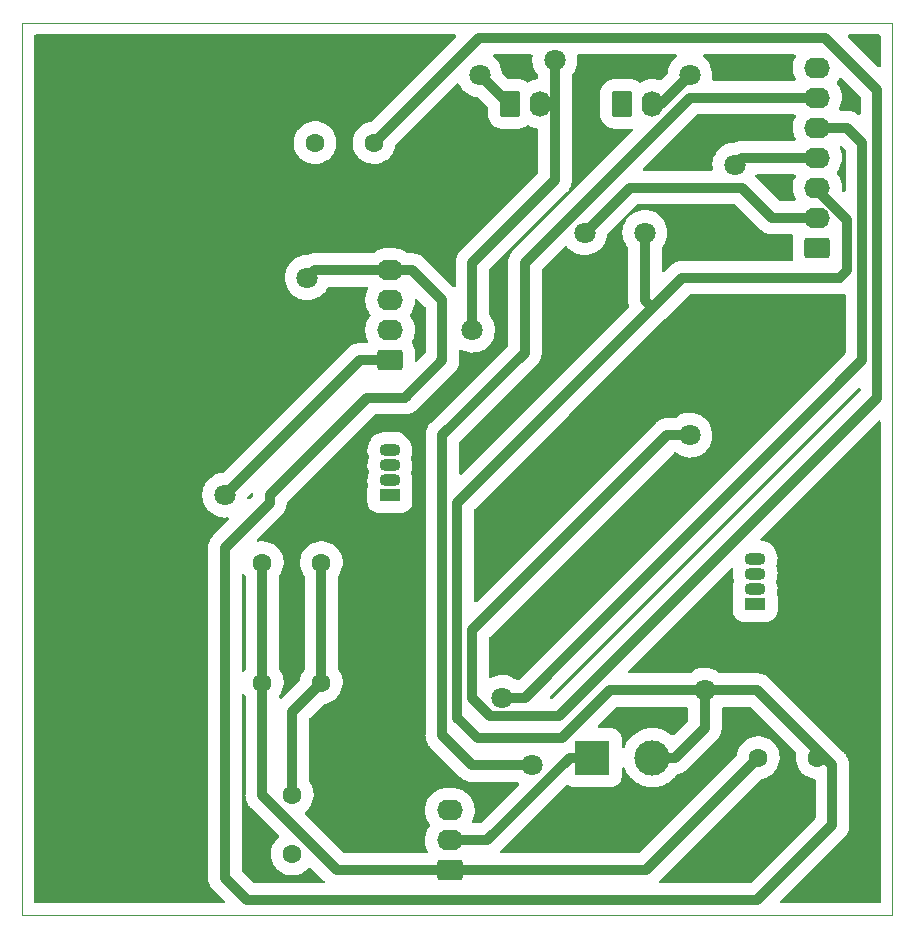
<source format=gbl>
%TF.GenerationSoftware,KiCad,Pcbnew,6.0.11+dfsg-1*%
%TF.CreationDate,2024-04-14T02:44:00-04:00*%
%TF.ProjectId,MainPCBV1,4d61696e-5043-4425-9631-2e6b69636164,rev?*%
%TF.SameCoordinates,Original*%
%TF.FileFunction,Copper,L2,Bot*%
%TF.FilePolarity,Positive*%
%FSLAX45Y45*%
G04 Gerber Fmt 4.5, Leading zero omitted, Abs format (unit mm)*
G04 Created by KiCad (PCBNEW 6.0.11+dfsg-1) date 2024-04-14 02:44:00*
%MOMM*%
%LPD*%
G01*
G04 APERTURE LIST*
G04 Aperture macros list*
%AMRoundRect*
0 Rectangle with rounded corners*
0 $1 Rounding radius*
0 $2 $3 $4 $5 $6 $7 $8 $9 X,Y pos of 4 corners*
0 Add a 4 corners polygon primitive as box body*
4,1,4,$2,$3,$4,$5,$6,$7,$8,$9,$2,$3,0*
0 Add four circle primitives for the rounded corners*
1,1,$1+$1,$2,$3*
1,1,$1+$1,$4,$5*
1,1,$1+$1,$6,$7*
1,1,$1+$1,$8,$9*
0 Add four rect primitives between the rounded corners*
20,1,$1+$1,$2,$3,$4,$5,0*
20,1,$1+$1,$4,$5,$6,$7,0*
20,1,$1+$1,$6,$7,$8,$9,0*
20,1,$1+$1,$8,$9,$2,$3,0*%
G04 Aperture macros list end*
%TA.AperFunction,Profile*%
%ADD10C,0.100000*%
%TD*%
%TA.AperFunction,ComponentPad*%
%ADD11C,1.600000*%
%TD*%
%TA.AperFunction,ComponentPad*%
%ADD12RoundRect,0.250000X0.845000X-0.620000X0.845000X0.620000X-0.845000X0.620000X-0.845000X-0.620000X0*%
%TD*%
%TA.AperFunction,ComponentPad*%
%ADD13O,2.190000X1.740000*%
%TD*%
%TA.AperFunction,ComponentPad*%
%ADD14RoundRect,0.250000X-0.620000X-0.845000X0.620000X-0.845000X0.620000X0.845000X-0.620000X0.845000X0*%
%TD*%
%TA.AperFunction,ComponentPad*%
%ADD15O,1.740000X2.190000*%
%TD*%
%TA.AperFunction,ComponentPad*%
%ADD16R,3.000000X3.000000*%
%TD*%
%TA.AperFunction,ComponentPad*%
%ADD17C,3.000000*%
%TD*%
%TA.AperFunction,ComponentPad*%
%ADD18R,1.800000X1.070000*%
%TD*%
%TA.AperFunction,ComponentPad*%
%ADD19O,1.800000X1.070000*%
%TD*%
%TA.AperFunction,ViaPad*%
%ADD20C,1.800000*%
%TD*%
%TA.AperFunction,Conductor*%
%ADD21C,0.850000*%
%TD*%
G04 APERTURE END LIST*
D10*
X8636000Y-7620000D02*
X16002000Y-7620000D01*
X16002000Y-7620000D02*
X16002000Y-15176500D01*
X16002000Y-15176500D02*
X8636000Y-15176500D01*
X8636000Y-15176500D02*
X8636000Y-7620000D01*
D11*
%TO.P,C8,1*%
%TO.N,+5VL*%
X10922000Y-14660500D03*
%TO.P,C8,2*%
%TO.N,GND*%
X10922000Y-14160500D03*
%TD*%
D12*
%TO.P,PowerAmplifier1,1,Pin_1*%
%TO.N,+5VL*%
X11749500Y-10477500D03*
D13*
%TO.P,PowerAmplifier1,2,Pin_2*%
%TO.N,unconnected-(PowerAmplifier1-Pad2)*%
X11749500Y-10223500D03*
%TO.P,PowerAmplifier1,3,Pin_3*%
%TO.N,unconnected-(PowerAmplifier1-Pad3)*%
X11749500Y-9969500D03*
%TO.P,PowerAmplifier1,4,Pin_4*%
%TO.N,GND*%
X11749500Y-9715500D03*
%TD*%
D14*
%TO.P,fan1,1,Pin_1*%
%TO.N,+12V*%
X12763500Y-8308500D03*
D15*
%TO.P,fan1,2,Pin_2*%
%TO.N,Net-(Q1-Pad4)*%
X13017500Y-8308500D03*
%TD*%
D16*
%TO.P,BATTERY1,1,Pin_1*%
%TO.N,+12VA*%
X13462000Y-13843000D03*
D17*
%TO.P,BATTERY1,2,Pin_2*%
%TO.N,GND*%
X13970000Y-13843000D03*
%TD*%
D11*
%TO.P,C3,1*%
%TO.N,+12V*%
X14867000Y-13843000D03*
%TO.P,C3,2*%
%TO.N,GND*%
X15367000Y-13843000D03*
%TD*%
D12*
%TO.P,SWITCH1,1,A*%
%TO.N,+12V*%
X12255500Y-14795500D03*
D13*
%TO.P,SWITCH1,2,B*%
%TO.N,+12VA*%
X12255500Y-14541500D03*
%TO.P,SWITCH1,3,C*%
%TO.N,unconnected-(SWITCH1-Pad3)*%
X12255500Y-14287500D03*
%TD*%
D11*
%TO.P,C5,1*%
%TO.N,+12V*%
X10668000Y-12192000D03*
%TO.P,C5,2*%
%TO.N,GND*%
X11168000Y-12192000D03*
%TD*%
D12*
%TO.P,ZE08-CH2O1,1,Pin_1*%
%TO.N,unconnected-(ZE08-CH2O1-Pad1)*%
X15367000Y-9525000D03*
D13*
%TO.P,ZE08-CH2O1,2,Pin_2*%
%TO.N,DAC1*%
X15367000Y-9271000D03*
%TO.P,ZE08-CH2O1,3,Pin_3*%
%TO.N,GND*%
X15367000Y-9017000D03*
%TO.P,ZE08-CH2O1,4,Pin_4*%
%TO.N,+5V*%
X15367000Y-8763000D03*
%TO.P,ZE08-CH2O1,5,Pin_5*%
%TO.N,RXD*%
X15367000Y-8509000D03*
%TO.P,ZE08-CH2O1,6,Pin_6*%
%TO.N,TXD*%
X15367000Y-8255000D03*
%TO.P,ZE08-CH2O1,7,Pin_7*%
%TO.N,unconnected-(ZE08-CH2O1-Pad7)*%
X15367000Y-8001000D03*
%TD*%
D18*
%TO.P,D3,1,BA*%
%TO.N,Net-(D3-Pad1)*%
X11747500Y-11620500D03*
D19*
%TO.P,D3,2,RA*%
%TO.N,Net-(U4-Pad3)*%
X11747500Y-11493500D03*
%TO.P,D3,3,GA*%
%TO.N,Net-(U4-Pad2)*%
X11747500Y-11366500D03*
%TO.P,D3,4,K*%
%TO.N,Net-(D3-Pad4)*%
X11747500Y-11239500D03*
%TD*%
D11*
%TO.P,C1,1*%
%TO.N,+12V*%
X10668000Y-13208000D03*
%TO.P,C1,2*%
%TO.N,GND*%
X11168000Y-13208000D03*
%TD*%
D18*
%TO.P,D4,1,BA*%
%TO.N,Net-(D4-Pad1)*%
X14840000Y-12540468D03*
D19*
%TO.P,D4,2,RA*%
%TO.N,Net-(U4-Pad10)*%
X14840000Y-12413468D03*
%TO.P,D4,3,GA*%
%TO.N,Net-(U4-Pad11)*%
X14840000Y-12286468D03*
%TO.P,D4,4,K*%
%TO.N,Net-(D4-Pad4)*%
X14840000Y-12159468D03*
%TD*%
D14*
%TO.P,fan2,1,Pin_1*%
%TO.N,+12V*%
X13716000Y-8308500D03*
D15*
%TO.P,fan2,2,Pin_2*%
%TO.N,Net-(Q3-Pad4)*%
X13970000Y-8308500D03*
%TD*%
D11*
%TO.P,C6,1*%
%TO.N,+5VA*%
X11612500Y-8636000D03*
%TO.P,C6,2*%
%TO.N,GND*%
X11112500Y-8636000D03*
%TD*%
D20*
%TO.N,GND*%
X14414500Y-13271500D03*
X11049000Y-9779000D03*
X13906500Y-9398000D03*
%TO.N,+5VL*%
X10350500Y-11620500D03*
%TO.N,Net-(Q1-Pad4)*%
X12446000Y-10223500D03*
X13144500Y-7937500D03*
%TO.N,+12V*%
X12509500Y-8064500D03*
%TO.N,+5V*%
X14668500Y-8826500D03*
%TO.N,DAC1*%
X13398550Y-9398000D03*
%TO.N,RXD*%
X12700000Y-13335000D03*
%TO.N,TXD*%
X12954000Y-13906500D03*
%TO.N,+5VA*%
X14287500Y-11112500D03*
%TO.N,Net-(Q3-Pad4)*%
X14287500Y-8064500D03*
%TD*%
D21*
%TO.N,GND*%
X15494000Y-14414500D02*
X14859000Y-15049500D01*
X10541000Y-15049500D02*
X10350500Y-14859000D01*
X10731500Y-11684000D02*
X10731500Y-11620500D01*
X15621000Y-9715500D02*
X15557500Y-9779000D01*
X12192000Y-10477500D02*
X12192000Y-9969500D01*
X12319000Y-13504008D02*
X12492992Y-13678000D01*
X14414500Y-13271500D02*
X14859000Y-13271500D01*
X14414500Y-13589000D02*
X14414500Y-13271500D01*
X11749500Y-9715500D02*
X11112500Y-9715500D01*
X11168000Y-13208000D02*
X11168000Y-12192000D01*
X10922000Y-14160500D02*
X10922000Y-13454000D01*
X11557000Y-10795000D02*
X11874500Y-10795000D01*
X12319000Y-11684000D02*
X12319000Y-13504008D01*
X15557500Y-9779000D02*
X14224000Y-9779000D01*
X15367000Y-9017000D02*
X15346925Y-9017000D01*
X11938000Y-9715500D02*
X11749500Y-9715500D01*
X12192000Y-9969500D02*
X11938000Y-9715500D01*
X10731500Y-11620500D02*
X11557000Y-10795000D01*
X13202000Y-13678000D02*
X13608500Y-13271500D01*
X13906500Y-9969500D02*
X13970000Y-10033000D01*
X10922000Y-13454000D02*
X11168000Y-13208000D01*
X13608500Y-13271500D02*
X14414500Y-13271500D01*
X11112500Y-9715500D02*
X11049000Y-9779000D01*
X15621000Y-9291075D02*
X15621000Y-9715500D01*
X14859000Y-13271500D02*
X15494000Y-13906500D01*
X10350500Y-14859000D02*
X10350500Y-12065000D01*
X13970000Y-13843000D02*
X14160500Y-13843000D01*
X14160500Y-13843000D02*
X14414500Y-13589000D01*
X11874500Y-10795000D02*
X12192000Y-10477500D01*
X14224000Y-9779000D02*
X13970000Y-10033000D01*
X12492992Y-13678000D02*
X13202000Y-13678000D01*
X13970000Y-10033000D02*
X12319000Y-11684000D01*
X14859000Y-15049500D02*
X10541000Y-15049500D01*
X10350500Y-12065000D02*
X10731500Y-11684000D01*
X15494000Y-13906500D02*
X15494000Y-14414500D01*
X13906500Y-9398000D02*
X13906500Y-9969500D01*
X15346925Y-9017000D02*
X15621000Y-9291075D01*
%TO.N,+5VL*%
X10350500Y-11620500D02*
X11493500Y-10477500D01*
X11493500Y-10477500D02*
X11749500Y-10477500D01*
%TO.N,Net-(Q1-Pad4)*%
X13144500Y-8953500D02*
X12509500Y-9588500D01*
X12446000Y-9652000D02*
X12446000Y-10223500D01*
X12509500Y-9588500D02*
X12446000Y-9652000D01*
X13144500Y-7937500D02*
X13144500Y-8953500D01*
%TO.N,+12V*%
X12255500Y-14795500D02*
X11303000Y-14795500D01*
X13914500Y-14795500D02*
X12255500Y-14795500D01*
X12509500Y-8064500D02*
X12753500Y-8308500D01*
X10668000Y-14160500D02*
X10668000Y-13208000D01*
X10668000Y-13208000D02*
X10668000Y-12192000D01*
X12753500Y-8308500D02*
X12763500Y-8308500D01*
X14867000Y-13843000D02*
X13914500Y-14795500D01*
X11303000Y-14795500D02*
X10668000Y-14160500D01*
%TO.N,+5V*%
X15367000Y-8763000D02*
X14732000Y-8763000D01*
X14732000Y-8763000D02*
X14668500Y-8826500D01*
%TO.N,DAC1*%
X13779500Y-9017000D02*
X14732000Y-9017000D01*
X14732000Y-9017000D02*
X14986000Y-9271000D01*
X13398550Y-9397950D02*
X13779500Y-9017000D01*
X13398550Y-9398000D02*
X13398550Y-9397950D01*
X14986000Y-9271000D02*
X15367000Y-9271000D01*
%TO.N,RXD*%
X15748000Y-10477500D02*
X15748000Y-8636000D01*
X12890500Y-13335000D02*
X15748000Y-10477500D01*
X15748000Y-8636000D02*
X15621000Y-8509000D01*
X12700000Y-13335000D02*
X12890500Y-13335000D01*
X15621000Y-8509000D02*
X15367000Y-8509000D01*
%TO.N,TXD*%
X12954000Y-13906500D02*
X12446000Y-13906500D01*
X12890500Y-10414000D02*
X12890500Y-9652000D01*
X12192000Y-13652500D02*
X12192000Y-11112500D01*
X12890500Y-9652000D02*
X14287500Y-8255000D01*
X14287500Y-8255000D02*
X15367000Y-8255000D01*
X12446000Y-13906500D02*
X12192000Y-13652500D01*
X12192000Y-11112500D02*
X12890500Y-10414000D01*
%TO.N,+5VA*%
X15875000Y-8191500D02*
X15430500Y-7747000D01*
X14097000Y-11112500D02*
X12446000Y-12763500D01*
X12446000Y-12763500D02*
X12446000Y-13335000D01*
X15875000Y-10795000D02*
X15875000Y-8191500D01*
X13182500Y-13487500D02*
X15875000Y-10795000D01*
X14287500Y-11112500D02*
X14097000Y-11112500D01*
X12446000Y-13335000D02*
X12598500Y-13487500D01*
X12598500Y-13487500D02*
X13182500Y-13487500D01*
X15430500Y-7747000D02*
X12501500Y-7747000D01*
X12501500Y-7747000D02*
X11612500Y-8636000D01*
%TO.N,Net-(Q3-Pad4)*%
X14043500Y-8308500D02*
X14255750Y-8096250D01*
X14255750Y-8096250D02*
X14287500Y-8064500D01*
X13970000Y-8308500D02*
X14043500Y-8308500D01*
%TO.N,+12VA*%
X13462000Y-13843000D02*
X13271500Y-13843000D01*
X12573000Y-14541500D02*
X12255500Y-14541500D01*
X13271500Y-13843000D02*
X12573000Y-14541500D01*
%TD*%
%TA.AperFunction,NonConductor*%
G36*
X15896162Y-7722050D02*
G01*
X15900811Y-7727416D01*
X15901950Y-7732650D01*
X15901950Y-7986435D01*
X15899950Y-7993247D01*
X15894584Y-7997896D01*
X15887557Y-7998907D01*
X15881099Y-7995957D01*
X15880440Y-7995344D01*
X15626656Y-7741559D01*
X15623253Y-7735328D01*
X15623760Y-7728247D01*
X15628014Y-7722563D01*
X15634666Y-7720082D01*
X15635565Y-7720050D01*
X15889350Y-7720050D01*
X15896162Y-7722050D01*
G37*
%TD.AperFunction*%
%TA.AperFunction,NonConductor*%
G36*
X15177714Y-7891550D02*
G01*
X15182363Y-7896916D01*
X15183373Y-7903943D01*
X15182052Y-7908016D01*
X15172636Y-7925914D01*
X15172484Y-7926344D01*
X15172484Y-7926345D01*
X15168545Y-7937500D01*
X15163597Y-7951510D01*
X15158348Y-7978143D01*
X15158325Y-7978599D01*
X15158325Y-7978599D01*
X15157138Y-8002450D01*
X15156998Y-8005255D01*
X15159576Y-8032277D01*
X15159684Y-8032720D01*
X15159685Y-8032721D01*
X15162871Y-8045741D01*
X15166028Y-8058645D01*
X15166200Y-8059068D01*
X15166200Y-8059068D01*
X15173374Y-8076782D01*
X15176219Y-8083805D01*
X15176449Y-8084198D01*
X15176450Y-8084199D01*
X15181886Y-8093483D01*
X15183602Y-8100373D01*
X15181321Y-8107096D01*
X15175767Y-8111519D01*
X15171013Y-8112450D01*
X14487231Y-8112450D01*
X14480419Y-8110450D01*
X14475770Y-8105084D01*
X14474744Y-8098173D01*
X14475380Y-8093435D01*
X14477659Y-8076464D01*
X14477670Y-8076143D01*
X14478025Y-8064822D01*
X14478025Y-8064822D01*
X14478035Y-8064500D01*
X14476135Y-8037653D01*
X14475533Y-8034856D01*
X14470564Y-8011777D01*
X14470470Y-8011342D01*
X14470128Y-8010415D01*
X14461309Y-7986510D01*
X14461309Y-7986510D01*
X14461155Y-7986092D01*
X14458025Y-7980291D01*
X14448586Y-7962798D01*
X14448374Y-7962406D01*
X14432384Y-7940757D01*
X14413503Y-7921577D01*
X14401172Y-7912166D01*
X14396970Y-7906443D01*
X14396530Y-7899357D01*
X14399990Y-7893158D01*
X14406252Y-7889814D01*
X14408816Y-7889550D01*
X15170901Y-7889550D01*
X15177714Y-7891550D01*
G37*
%TD.AperFunction*%
%TA.AperFunction,NonConductor*%
G36*
X12951307Y-7891550D02*
G01*
X12955957Y-7896916D01*
X12956908Y-7904315D01*
X12956802Y-7904741D01*
X12954058Y-7931515D01*
X12954076Y-7931960D01*
X12954776Y-7949782D01*
X12955115Y-7958408D01*
X12959950Y-7984884D01*
X12968468Y-8010415D01*
X12968667Y-8010813D01*
X12968667Y-8010814D01*
X12979124Y-8031741D01*
X12980498Y-8034490D01*
X12995800Y-8056631D01*
X12996102Y-8056958D01*
X12998602Y-8059662D01*
X13001758Y-8066022D01*
X13001950Y-8068215D01*
X13001950Y-8088120D01*
X12999950Y-8094933D01*
X12994584Y-8099582D01*
X12990547Y-8100663D01*
X12986677Y-8101033D01*
X12986677Y-8101033D01*
X12986222Y-8101076D01*
X12985780Y-8101184D01*
X12985779Y-8101185D01*
X12972759Y-8104371D01*
X12959855Y-8107528D01*
X12959432Y-8107700D01*
X12959431Y-8107700D01*
X12935119Y-8117547D01*
X12935118Y-8117548D01*
X12934695Y-8117719D01*
X12934302Y-8117949D01*
X12934301Y-8117950D01*
X12926372Y-8122593D01*
X12918311Y-8127312D01*
X12911422Y-8129028D01*
X12904753Y-8126786D01*
X12887707Y-8114939D01*
X12875091Y-8109163D01*
X12867922Y-8105880D01*
X12867922Y-8105880D01*
X12867411Y-8105646D01*
X12845790Y-8100095D01*
X12839377Y-8099573D01*
X12831969Y-8098971D01*
X12831968Y-8098971D01*
X12831714Y-8098950D01*
X12750765Y-8098950D01*
X12743953Y-8096950D01*
X12741856Y-8095259D01*
X12702519Y-8055923D01*
X12699117Y-8049692D01*
X12698860Y-8047903D01*
X12698166Y-8038098D01*
X12698166Y-8038098D01*
X12698135Y-8037653D01*
X12697533Y-8034856D01*
X12692564Y-8011777D01*
X12692470Y-8011342D01*
X12692128Y-8010415D01*
X12683309Y-7986510D01*
X12683309Y-7986510D01*
X12683155Y-7986092D01*
X12680025Y-7980291D01*
X12670586Y-7962798D01*
X12670374Y-7962406D01*
X12654384Y-7940757D01*
X12635503Y-7921577D01*
X12623172Y-7912166D01*
X12618970Y-7906443D01*
X12618530Y-7899357D01*
X12621990Y-7893158D01*
X12628252Y-7889814D01*
X12630816Y-7889550D01*
X12944495Y-7889550D01*
X12951307Y-7891550D01*
G37*
%TD.AperFunction*%
%TA.AperFunction,NonConductor*%
G36*
X15570781Y-8089100D02*
G01*
X15572296Y-8090392D01*
X15728759Y-8246856D01*
X15732162Y-8253087D01*
X15732450Y-8255765D01*
X15732450Y-8389402D01*
X15730450Y-8396214D01*
X15725084Y-8400864D01*
X15718057Y-8401874D01*
X15711726Y-8399033D01*
X15703671Y-8392239D01*
X15703211Y-8391968D01*
X15702839Y-8391705D01*
X15702446Y-8391435D01*
X15702033Y-8391096D01*
X15701569Y-8390832D01*
X15701569Y-8390832D01*
X15692466Y-8385650D01*
X15692313Y-8385562D01*
X15683277Y-8380249D01*
X15682816Y-8379979D01*
X15682317Y-8379790D01*
X15681889Y-8379585D01*
X15681472Y-8379392D01*
X15681009Y-8379128D01*
X15680508Y-8378947D01*
X15670658Y-8375371D01*
X15670493Y-8375310D01*
X15660694Y-8371597D01*
X15660194Y-8371408D01*
X15659669Y-8371306D01*
X15659216Y-8371176D01*
X15658770Y-8371056D01*
X15658269Y-8370874D01*
X15647433Y-8368915D01*
X15647261Y-8368882D01*
X15636975Y-8366874D01*
X15636975Y-8366874D01*
X15636451Y-8366771D01*
X15635917Y-8366759D01*
X15635387Y-8366701D01*
X15635391Y-8366665D01*
X15635289Y-8366655D01*
X15635285Y-8366690D01*
X15634872Y-8366643D01*
X15634464Y-8366569D01*
X15634050Y-8366550D01*
X15634049Y-8366550D01*
X15632078Y-8366457D01*
X15632077Y-8366457D01*
X15631929Y-8366450D01*
X15622960Y-8366450D01*
X15622663Y-8366446D01*
X15622382Y-8366440D01*
X15612266Y-8366201D01*
X15611738Y-8366279D01*
X15611738Y-8366279D01*
X15611601Y-8366299D01*
X15611483Y-8366316D01*
X15609654Y-8366450D01*
X15563098Y-8366450D01*
X15556286Y-8364450D01*
X15551637Y-8359084D01*
X15550627Y-8352057D01*
X15551947Y-8347984D01*
X15561364Y-8330086D01*
X15570403Y-8304489D01*
X15575652Y-8277857D01*
X15576814Y-8254516D01*
X15576979Y-8251202D01*
X15576979Y-8251201D01*
X15577002Y-8250745D01*
X15574424Y-8223722D01*
X15573539Y-8220105D01*
X15571129Y-8210259D01*
X15567972Y-8197355D01*
X15567800Y-8196931D01*
X15557953Y-8172619D01*
X15557952Y-8172618D01*
X15557781Y-8172195D01*
X15557551Y-8171802D01*
X15557550Y-8171801D01*
X15544296Y-8149164D01*
X15544296Y-8149164D01*
X15544065Y-8148770D01*
X15533968Y-8136144D01*
X15531275Y-8129575D01*
X15532562Y-8122593D01*
X15533620Y-8120860D01*
X15548725Y-8100109D01*
X15548937Y-8099705D01*
X15548938Y-8099704D01*
X15552236Y-8093435D01*
X15557178Y-8088338D01*
X15564091Y-8086722D01*
X15570781Y-8089100D01*
G37*
%TD.AperFunction*%
%TA.AperFunction,NonConductor*%
G36*
X15177714Y-8399550D02*
G01*
X15182363Y-8404916D01*
X15183373Y-8411943D01*
X15182052Y-8416016D01*
X15172636Y-8433914D01*
X15172484Y-8434345D01*
X15172484Y-8434345D01*
X15167784Y-8447653D01*
X15163597Y-8459511D01*
X15163509Y-8459957D01*
X15159474Y-8480429D01*
X15158348Y-8486143D01*
X15158325Y-8486599D01*
X15158325Y-8486599D01*
X15157073Y-8511751D01*
X15156998Y-8513255D01*
X15159576Y-8540278D01*
X15166028Y-8566645D01*
X15166200Y-8567068D01*
X15166200Y-8567069D01*
X15172562Y-8582776D01*
X15176219Y-8591805D01*
X15176449Y-8592198D01*
X15176450Y-8592199D01*
X15181886Y-8601483D01*
X15183602Y-8608373D01*
X15181321Y-8615096D01*
X15175767Y-8619519D01*
X15171013Y-8620450D01*
X14737530Y-8620450D01*
X14736640Y-8620419D01*
X14730535Y-8619986D01*
X14730535Y-8619986D01*
X14730002Y-8619949D01*
X14725412Y-8620403D01*
X14719045Y-8621033D01*
X14718870Y-8621049D01*
X14708426Y-8621935D01*
X14708426Y-8621935D01*
X14707895Y-8621980D01*
X14707379Y-8622114D01*
X14706921Y-8622192D01*
X14706459Y-8622278D01*
X14705928Y-8622330D01*
X14705414Y-8622472D01*
X14705414Y-8622472D01*
X14695316Y-8625244D01*
X14695146Y-8625289D01*
X14691238Y-8626303D01*
X14684479Y-8628058D01*
X14683992Y-8628277D01*
X14683548Y-8628433D01*
X14683114Y-8628593D01*
X14682600Y-8628734D01*
X14682117Y-8628960D01*
X14682117Y-8628960D01*
X14672619Y-8633399D01*
X14672462Y-8633471D01*
X14670893Y-8634178D01*
X14668371Y-8635314D01*
X14663888Y-8636407D01*
X14654113Y-8636945D01*
X14644620Y-8637467D01*
X14631669Y-8640043D01*
X14618660Y-8642631D01*
X14618659Y-8642631D01*
X14618223Y-8642718D01*
X14592829Y-8651635D01*
X14568945Y-8664042D01*
X14568584Y-8664300D01*
X14568583Y-8664301D01*
X14561761Y-8669176D01*
X14547048Y-8679690D01*
X14546725Y-8679998D01*
X14546725Y-8679998D01*
X14534819Y-8691356D01*
X14527574Y-8698267D01*
X14510912Y-8719403D01*
X14504826Y-8729880D01*
X14497617Y-8742291D01*
X14497617Y-8742292D01*
X14497394Y-8742676D01*
X14487290Y-8767621D01*
X14480802Y-8793741D01*
X14478058Y-8820515D01*
X14479115Y-8847408D01*
X14480126Y-8852941D01*
X14481339Y-8859586D01*
X14480595Y-8866647D01*
X14476152Y-8872185D01*
X14468944Y-8874450D01*
X13900065Y-8874450D01*
X13893253Y-8872450D01*
X13888604Y-8867084D01*
X13887593Y-8860057D01*
X13890543Y-8853599D01*
X13891156Y-8852941D01*
X14342856Y-8401241D01*
X14349087Y-8397838D01*
X14351765Y-8397550D01*
X15170901Y-8397550D01*
X15177714Y-8399550D01*
G37*
%TD.AperFunction*%
%TA.AperFunction,NonConductor*%
G36*
X15574492Y-8665911D02*
G01*
X15579328Y-8668925D01*
X15601759Y-8691356D01*
X15605162Y-8697587D01*
X15605450Y-8700265D01*
X15605450Y-9043510D01*
X15603450Y-9050322D01*
X15598084Y-9054971D01*
X15591057Y-9055982D01*
X15584599Y-9053032D01*
X15583940Y-9052419D01*
X15579402Y-9047881D01*
X15576000Y-9041650D01*
X15575727Y-9038345D01*
X15575836Y-9036172D01*
X15576556Y-9021711D01*
X15576979Y-9013202D01*
X15576979Y-9013201D01*
X15577002Y-9012745D01*
X15574424Y-8985723D01*
X15567972Y-8959355D01*
X15562279Y-8945300D01*
X15557953Y-8934619D01*
X15557952Y-8934618D01*
X15557781Y-8934195D01*
X15557551Y-8933802D01*
X15557550Y-8933801D01*
X15544296Y-8911164D01*
X15544296Y-8911164D01*
X15544065Y-8910770D01*
X15533968Y-8898144D01*
X15531275Y-8891575D01*
X15532562Y-8884593D01*
X15533620Y-8882860D01*
X15548725Y-8862109D01*
X15561364Y-8838086D01*
X15570403Y-8812490D01*
X15573623Y-8796154D01*
X15575564Y-8786304D01*
X15575564Y-8786303D01*
X15575652Y-8785857D01*
X15575841Y-8782072D01*
X15576979Y-8759202D01*
X15576979Y-8759201D01*
X15577002Y-8758745D01*
X15574424Y-8731723D01*
X15567972Y-8705355D01*
X15559238Y-8683793D01*
X15558741Y-8682564D01*
X15558037Y-8675500D01*
X15561265Y-8669176D01*
X15567399Y-8665601D01*
X15574492Y-8665911D01*
G37*
%TD.AperFunction*%
%TA.AperFunction,NonConductor*%
G36*
X15177714Y-8907550D02*
G01*
X15182363Y-8912916D01*
X15183373Y-8919943D01*
X15182052Y-8924016D01*
X15172636Y-8941914D01*
X15172484Y-8942345D01*
X15172484Y-8942345D01*
X15171440Y-8945300D01*
X15163597Y-8967511D01*
X15163509Y-8967957D01*
X15158535Y-8993194D01*
X15158348Y-8994143D01*
X15158325Y-8994599D01*
X15158325Y-8994599D01*
X15157340Y-9014380D01*
X15156998Y-9021255D01*
X15159576Y-9048278D01*
X15159684Y-9048720D01*
X15159685Y-9048721D01*
X15161929Y-9057894D01*
X15166028Y-9074645D01*
X15176219Y-9099805D01*
X15176449Y-9100198D01*
X15176450Y-9100199D01*
X15181886Y-9109483D01*
X15183602Y-9116373D01*
X15181321Y-9123096D01*
X15175767Y-9127519D01*
X15171013Y-9128450D01*
X15050265Y-9128450D01*
X15043453Y-9126450D01*
X15041356Y-9124760D01*
X14843656Y-8927060D01*
X14840253Y-8920828D01*
X14840760Y-8913747D01*
X14845014Y-8908063D01*
X14851666Y-8905582D01*
X14852565Y-8905550D01*
X15170901Y-8905550D01*
X15177714Y-8907550D01*
G37*
%TD.AperFunction*%
%TA.AperFunction,NonConductor*%
G36*
X11980847Y-9959944D02*
G01*
X12045759Y-10024856D01*
X12049162Y-10031087D01*
X12049450Y-10033765D01*
X12049450Y-10413235D01*
X12047450Y-10420047D01*
X12045759Y-10422144D01*
X11980559Y-10487344D01*
X11974328Y-10490747D01*
X11967247Y-10490240D01*
X11961563Y-10485986D01*
X11959082Y-10479334D01*
X11959050Y-10478435D01*
X11959050Y-10409286D01*
X11959014Y-10408844D01*
X11957949Y-10395745D01*
X11957905Y-10395210D01*
X11952354Y-10373589D01*
X11950241Y-10368974D01*
X11946042Y-10359804D01*
X11943061Y-10353293D01*
X11939311Y-10347897D01*
X11931454Y-10336591D01*
X11929208Y-10329856D01*
X11931088Y-10322796D01*
X11931225Y-10322609D01*
X11943864Y-10298586D01*
X11947739Y-10287612D01*
X11952751Y-10273419D01*
X11952903Y-10272990D01*
X11958152Y-10246357D01*
X11958175Y-10245901D01*
X11959479Y-10219702D01*
X11959479Y-10219701D01*
X11959502Y-10219245D01*
X11956924Y-10192223D01*
X11950472Y-10165855D01*
X11943408Y-10148414D01*
X11940453Y-10141119D01*
X11940452Y-10141118D01*
X11940281Y-10140695D01*
X11940051Y-10140302D01*
X11940050Y-10140301D01*
X11926796Y-10117664D01*
X11926796Y-10117664D01*
X11926565Y-10117270D01*
X11916468Y-10104644D01*
X11913775Y-10098075D01*
X11915062Y-10091093D01*
X11916120Y-10089360D01*
X11931225Y-10068609D01*
X11943864Y-10044586D01*
X11952903Y-10018990D01*
X11956582Y-10000323D01*
X11958064Y-9992804D01*
X11958064Y-9992803D01*
X11958152Y-9992357D01*
X11958641Y-9982539D01*
X11959354Y-9968227D01*
X11961690Y-9961522D01*
X11967280Y-9957146D01*
X11974349Y-9956486D01*
X11980847Y-9959944D01*
G37*
%TD.AperFunction*%
%TA.AperFunction,NonConductor*%
G36*
X14674547Y-9161550D02*
G01*
X14676644Y-9163241D01*
X14881290Y-9367887D01*
X14881897Y-9368538D01*
X14883789Y-9370718D01*
X14886260Y-9373565D01*
X14886672Y-9373903D01*
X14886673Y-9373904D01*
X14894774Y-9380547D01*
X14894910Y-9380659D01*
X14899294Y-9384357D01*
X14903328Y-9387761D01*
X14903788Y-9388031D01*
X14904165Y-9388298D01*
X14904555Y-9388566D01*
X14904967Y-9388904D01*
X14905430Y-9389167D01*
X14905430Y-9389168D01*
X14914536Y-9394351D01*
X14914688Y-9394439D01*
X14923724Y-9399751D01*
X14923724Y-9399751D01*
X14924183Y-9400021D01*
X14924682Y-9400210D01*
X14925108Y-9400414D01*
X14925528Y-9400608D01*
X14925991Y-9400872D01*
X14926492Y-9401053D01*
X14926492Y-9401053D01*
X14936342Y-9404629D01*
X14936507Y-9404690D01*
X14940719Y-9406286D01*
X14946806Y-9408592D01*
X14947330Y-9408694D01*
X14947784Y-9408824D01*
X14948229Y-9408944D01*
X14948731Y-9409126D01*
X14955125Y-9410282D01*
X14959567Y-9411085D01*
X14959739Y-9411118D01*
X14970025Y-9413126D01*
X14970549Y-9413229D01*
X14971082Y-9413241D01*
X14971613Y-9413299D01*
X14971609Y-9413335D01*
X14971711Y-9413345D01*
X14971715Y-9413310D01*
X14972128Y-9413357D01*
X14972536Y-9413431D01*
X14972950Y-9413450D01*
X14972951Y-9413450D01*
X14974922Y-9413543D01*
X14974922Y-9413543D01*
X14975070Y-9413550D01*
X14984040Y-9413550D01*
X14984337Y-9413554D01*
X14994734Y-9413799D01*
X14995262Y-9413721D01*
X14995262Y-9413721D01*
X14995399Y-9413701D01*
X14995517Y-9413684D01*
X14997346Y-9413550D01*
X15149838Y-9413550D01*
X15156650Y-9415550D01*
X15161299Y-9420916D01*
X15162310Y-9427943D01*
X15162042Y-9429284D01*
X15158595Y-9442710D01*
X15157450Y-9456786D01*
X15157450Y-9593214D01*
X15157471Y-9593468D01*
X15157471Y-9593469D01*
X15158073Y-9600877D01*
X15158595Y-9607290D01*
X15158728Y-9607811D01*
X15162042Y-9620717D01*
X15161799Y-9627812D01*
X15157758Y-9633650D01*
X15151203Y-9636376D01*
X15149838Y-9636450D01*
X14229529Y-9636450D01*
X14228639Y-9636419D01*
X14222535Y-9635986D01*
X14222535Y-9635986D01*
X14222002Y-9635949D01*
X14217253Y-9636419D01*
X14211049Y-9637032D01*
X14210874Y-9637048D01*
X14200426Y-9637935D01*
X14200426Y-9637935D01*
X14199895Y-9637980D01*
X14199379Y-9638114D01*
X14198919Y-9638192D01*
X14198458Y-9638278D01*
X14197928Y-9638330D01*
X14187309Y-9641246D01*
X14187146Y-9641289D01*
X14184172Y-9642061D01*
X14176996Y-9643923D01*
X14176996Y-9643923D01*
X14176479Y-9644058D01*
X14175993Y-9644277D01*
X14175559Y-9644429D01*
X14175114Y-9644593D01*
X14174600Y-9644734D01*
X14174117Y-9644960D01*
X14174116Y-9644960D01*
X14164626Y-9649395D01*
X14164467Y-9649469D01*
X14158086Y-9652343D01*
X14154422Y-9653993D01*
X14153980Y-9654291D01*
X14153576Y-9654516D01*
X14153167Y-9654751D01*
X14152684Y-9654977D01*
X14152246Y-9655281D01*
X14152245Y-9655281D01*
X14143638Y-9661252D01*
X14143493Y-9661352D01*
X14134355Y-9667504D01*
X14133968Y-9667872D01*
X14133553Y-9668206D01*
X14133530Y-9668178D01*
X14133450Y-9668243D01*
X14133472Y-9668271D01*
X14133147Y-9668530D01*
X14132807Y-9668766D01*
X14130930Y-9670474D01*
X14124590Y-9676814D01*
X14124378Y-9677021D01*
X14116850Y-9684202D01*
X14116532Y-9684630D01*
X14116378Y-9684837D01*
X14115178Y-9686225D01*
X14070559Y-9730844D01*
X14064328Y-9734247D01*
X14057247Y-9733740D01*
X14051563Y-9729486D01*
X14049082Y-9722834D01*
X14049050Y-9721935D01*
X14049050Y-9528382D01*
X14051050Y-9521570D01*
X14052004Y-9520275D01*
X14060646Y-9509994D01*
X14074889Y-9487157D01*
X14085771Y-9462542D01*
X14093077Y-9436638D01*
X14094245Y-9427943D01*
X14096617Y-9410282D01*
X14096617Y-9410281D01*
X14096659Y-9409964D01*
X14096775Y-9406286D01*
X14097025Y-9398322D01*
X14097025Y-9398322D01*
X14097035Y-9398000D01*
X14096410Y-9389168D01*
X14095166Y-9371598D01*
X14095135Y-9371153D01*
X14094572Y-9368538D01*
X14089564Y-9345277D01*
X14089470Y-9344842D01*
X14087519Y-9339553D01*
X14080309Y-9320010D01*
X14080309Y-9320010D01*
X14080155Y-9319592D01*
X14077025Y-9313791D01*
X14067586Y-9296298D01*
X14067374Y-9295906D01*
X14051384Y-9274257D01*
X14032503Y-9255077D01*
X14011108Y-9238749D01*
X14005843Y-9235801D01*
X13988015Y-9225816D01*
X13988014Y-9225816D01*
X13987626Y-9225598D01*
X13987212Y-9225438D01*
X13987211Y-9225438D01*
X13968657Y-9218260D01*
X13962525Y-9215888D01*
X13962093Y-9215787D01*
X13962092Y-9215787D01*
X13947686Y-9212448D01*
X13936306Y-9209810D01*
X13909493Y-9207488D01*
X13909049Y-9207512D01*
X13909049Y-9207512D01*
X13898132Y-9208113D01*
X13882620Y-9208967D01*
X13882183Y-9209054D01*
X13882183Y-9209054D01*
X13856660Y-9214131D01*
X13856659Y-9214131D01*
X13856223Y-9214218D01*
X13830829Y-9223135D01*
X13806945Y-9235542D01*
X13806584Y-9235800D01*
X13806583Y-9235801D01*
X13802079Y-9239019D01*
X13785048Y-9251190D01*
X13765574Y-9269767D01*
X13748912Y-9290903D01*
X13745778Y-9296298D01*
X13735617Y-9313791D01*
X13735617Y-9313792D01*
X13735394Y-9314176D01*
X13725290Y-9339121D01*
X13725183Y-9339553D01*
X13725183Y-9339553D01*
X13723869Y-9344842D01*
X13718802Y-9365241D01*
X13716058Y-9392015D01*
X13716076Y-9392460D01*
X13716983Y-9415550D01*
X13717115Y-9418908D01*
X13721950Y-9445384D01*
X13730468Y-9470915D01*
X13742498Y-9494991D01*
X13757800Y-9517131D01*
X13758102Y-9517458D01*
X13760602Y-9520162D01*
X13763758Y-9526522D01*
X13763950Y-9528715D01*
X13763950Y-9963971D01*
X13763918Y-9964861D01*
X13763653Y-9968617D01*
X13763449Y-9971498D01*
X13763717Y-9974211D01*
X13764532Y-9982451D01*
X13764548Y-9982626D01*
X13765480Y-9993605D01*
X13765614Y-9994121D01*
X13765692Y-9994581D01*
X13765778Y-9995042D01*
X13765830Y-9995572D01*
X13768747Y-10006198D01*
X13768789Y-10006353D01*
X13771557Y-10017021D01*
X13771776Y-10017507D01*
X13771930Y-10017943D01*
X13772093Y-10018385D01*
X13772234Y-10018900D01*
X13772259Y-10018953D01*
X13772724Y-10025894D01*
X13769333Y-10032070D01*
X12356059Y-11445344D01*
X12349828Y-11448747D01*
X12342747Y-11448240D01*
X12337063Y-11443986D01*
X12334582Y-11437334D01*
X12334550Y-11436435D01*
X12334550Y-11176765D01*
X12336550Y-11169953D01*
X12338240Y-11167856D01*
X12987388Y-10518708D01*
X12988039Y-10518101D01*
X12992661Y-10514091D01*
X12993065Y-10513740D01*
X12993403Y-10513328D01*
X12993404Y-10513327D01*
X13000047Y-10505226D01*
X13000152Y-10505098D01*
X13007261Y-10496671D01*
X13007532Y-10496211D01*
X13007798Y-10495835D01*
X13008065Y-10495446D01*
X13008404Y-10495033D01*
X13013853Y-10485461D01*
X13013935Y-10485319D01*
X13019251Y-10476277D01*
X13019251Y-10476276D01*
X13019521Y-10475817D01*
X13019710Y-10475318D01*
X13019906Y-10474908D01*
X13020107Y-10474473D01*
X13020371Y-10474009D01*
X13022466Y-10468238D01*
X13024126Y-10463665D01*
X13024188Y-10463500D01*
X13027903Y-10453693D01*
X13028092Y-10453194D01*
X13028194Y-10452671D01*
X13028320Y-10452230D01*
X13028444Y-10451771D01*
X13028626Y-10451269D01*
X13030586Y-10440431D01*
X13030616Y-10440269D01*
X13032729Y-10429451D01*
X13032741Y-10428917D01*
X13032799Y-10428387D01*
X13032835Y-10428391D01*
X13032845Y-10428289D01*
X13032810Y-10428285D01*
X13032857Y-10427872D01*
X13032930Y-10427464D01*
X13033050Y-10424930D01*
X13033050Y-10415960D01*
X13033053Y-10415663D01*
X13033286Y-10405800D01*
X13033298Y-10405266D01*
X13033184Y-10404483D01*
X13033050Y-10402654D01*
X13033050Y-9716265D01*
X13035050Y-9709453D01*
X13036740Y-9707356D01*
X13229813Y-9514283D01*
X13236045Y-9510880D01*
X13243126Y-9511387D01*
X13249088Y-9516028D01*
X13249850Y-9517131D01*
X13250152Y-9517458D01*
X13267818Y-9536568D01*
X13267818Y-9536569D01*
X13268119Y-9536894D01*
X13288991Y-9553887D01*
X13289373Y-9554117D01*
X13289373Y-9554117D01*
X13311667Y-9567539D01*
X13312049Y-9567768D01*
X13312458Y-9567942D01*
X13312458Y-9567942D01*
X13336422Y-9578089D01*
X13336423Y-9578089D01*
X13336832Y-9578263D01*
X13345686Y-9580610D01*
X13362417Y-9585047D01*
X13362418Y-9585047D01*
X13362847Y-9585161D01*
X13363288Y-9585213D01*
X13363289Y-9585213D01*
X13378179Y-9586975D01*
X13389574Y-9588324D01*
X13416481Y-9587690D01*
X13422131Y-9586750D01*
X13442591Y-9583344D01*
X13442591Y-9583344D01*
X13443030Y-9583271D01*
X13443454Y-9583137D01*
X13443454Y-9583137D01*
X13468266Y-9575290D01*
X13468266Y-9575290D01*
X13468691Y-9575155D01*
X13469092Y-9574963D01*
X13469092Y-9574963D01*
X13492551Y-9563698D01*
X13492551Y-9563698D01*
X13492952Y-9563505D01*
X13496839Y-9560908D01*
X13514960Y-9548800D01*
X13514960Y-9548800D01*
X13515331Y-9548553D01*
X13515662Y-9548256D01*
X13515663Y-9548255D01*
X13535047Y-9530893D01*
X13535379Y-9530596D01*
X13544055Y-9520274D01*
X13552410Y-9510335D01*
X13552411Y-9510334D01*
X13552696Y-9509994D01*
X13566939Y-9487157D01*
X13577821Y-9462542D01*
X13585127Y-9436638D01*
X13588232Y-9413518D01*
X13591121Y-9407033D01*
X13591810Y-9406286D01*
X13834856Y-9163241D01*
X13841087Y-9159838D01*
X13843765Y-9159550D01*
X14667735Y-9159550D01*
X14674547Y-9161550D01*
G37*
%TD.AperFunction*%
%TA.AperFunction,NonConductor*%
G36*
X10580753Y-11602259D02*
G01*
X10586437Y-11606514D01*
X10588918Y-11613166D01*
X10588950Y-11614065D01*
X10588950Y-11618540D01*
X10588947Y-11618836D01*
X10588918Y-11620060D01*
X10586758Y-11626823D01*
X10585231Y-11628673D01*
X10560692Y-11653212D01*
X10554461Y-11656614D01*
X10547379Y-11656108D01*
X10541696Y-11651853D01*
X10539215Y-11645201D01*
X10539295Y-11642625D01*
X10539518Y-11640963D01*
X10540174Y-11636075D01*
X10543064Y-11629590D01*
X10543753Y-11628843D01*
X10567441Y-11605156D01*
X10573672Y-11601753D01*
X10580753Y-11602259D01*
G37*
%TD.AperFunction*%
%TA.AperFunction,NonConductor*%
G36*
X10513901Y-12287061D02*
G01*
X10515746Y-12289044D01*
X10516289Y-12289771D01*
X10522946Y-12298687D01*
X10525419Y-12305342D01*
X10525450Y-12306225D01*
X10525450Y-13093255D01*
X10523450Y-13100067D01*
X10522537Y-13101312D01*
X10521307Y-13102792D01*
X10521306Y-13102792D01*
X10521008Y-13103151D01*
X10518405Y-13107440D01*
X10516422Y-13110708D01*
X10511178Y-13115494D01*
X10504179Y-13116685D01*
X10497647Y-13113903D01*
X10493656Y-13108032D01*
X10493050Y-13104171D01*
X10493050Y-12296583D01*
X10495050Y-12289771D01*
X10500416Y-12285122D01*
X10507443Y-12284112D01*
X10513901Y-12287061D01*
G37*
%TD.AperFunction*%
%TA.AperFunction,NonConductor*%
G36*
X15596613Y-9918164D02*
G01*
X15602517Y-9922107D01*
X15605351Y-9928617D01*
X15605450Y-9930189D01*
X15605450Y-10413235D01*
X15603450Y-10420047D01*
X15601759Y-10422144D01*
X12837099Y-13186805D01*
X12830868Y-13190207D01*
X12823786Y-13189701D01*
X12820545Y-13187912D01*
X12804608Y-13175749D01*
X12801416Y-13173961D01*
X12781515Y-13162816D01*
X12781514Y-13162816D01*
X12781126Y-13162598D01*
X12780712Y-13162438D01*
X12780711Y-13162438D01*
X12759497Y-13154231D01*
X12756025Y-13152887D01*
X12755593Y-13152787D01*
X12755592Y-13152787D01*
X12735399Y-13148107D01*
X12729806Y-13146810D01*
X12702993Y-13144488D01*
X12702549Y-13144512D01*
X12702549Y-13144512D01*
X12691632Y-13145113D01*
X12676120Y-13145967D01*
X12675683Y-13146054D01*
X12675683Y-13146054D01*
X12650160Y-13151131D01*
X12650159Y-13151131D01*
X12649723Y-13151218D01*
X12624329Y-13160135D01*
X12606958Y-13169159D01*
X12599991Y-13170524D01*
X12593392Y-13167906D01*
X12589256Y-13162135D01*
X12588550Y-13157977D01*
X12588550Y-12827765D01*
X12590550Y-12820953D01*
X12592240Y-12818856D01*
X14150477Y-11260619D01*
X14156708Y-11257216D01*
X14163790Y-11257723D01*
X14167341Y-11259757D01*
X14171694Y-11263300D01*
X14177595Y-11268105D01*
X14177596Y-11268106D01*
X14177941Y-11268387D01*
X14178323Y-11268616D01*
X14178323Y-11268617D01*
X14200617Y-11282039D01*
X14200999Y-11282268D01*
X14201408Y-11282442D01*
X14201408Y-11282442D01*
X14225372Y-11292589D01*
X14225373Y-11292589D01*
X14225782Y-11292763D01*
X14229151Y-11293656D01*
X14251367Y-11299547D01*
X14251368Y-11299547D01*
X14251797Y-11299661D01*
X14252238Y-11299713D01*
X14252239Y-11299713D01*
X14267129Y-11301475D01*
X14278524Y-11302824D01*
X14305431Y-11302190D01*
X14311593Y-11301164D01*
X14331541Y-11297844D01*
X14331541Y-11297844D01*
X14331980Y-11297771D01*
X14332404Y-11297637D01*
X14332404Y-11297637D01*
X14357216Y-11289790D01*
X14357216Y-11289790D01*
X14357641Y-11289655D01*
X14358042Y-11289463D01*
X14358042Y-11289463D01*
X14381501Y-11278198D01*
X14381501Y-11278198D01*
X14381902Y-11278005D01*
X14394019Y-11269909D01*
X14403910Y-11263300D01*
X14403910Y-11263300D01*
X14404281Y-11263053D01*
X14404612Y-11262755D01*
X14404613Y-11262755D01*
X14423997Y-11245393D01*
X14424329Y-11245096D01*
X14425618Y-11243562D01*
X14441360Y-11224835D01*
X14441361Y-11224834D01*
X14441646Y-11224494D01*
X14455889Y-11201657D01*
X14458387Y-11196005D01*
X14466591Y-11177450D01*
X14466771Y-11177042D01*
X14474077Y-11151138D01*
X14476627Y-11132153D01*
X14477617Y-11124782D01*
X14477617Y-11124781D01*
X14477659Y-11124464D01*
X14478035Y-11112500D01*
X14476678Y-11093326D01*
X14476166Y-11086098D01*
X14476135Y-11085653D01*
X14470470Y-11059342D01*
X14467621Y-11051620D01*
X14461309Y-11034510D01*
X14461309Y-11034510D01*
X14461155Y-11034092D01*
X14454273Y-11021339D01*
X14448586Y-11010798D01*
X14448374Y-11010406D01*
X14436814Y-10994755D01*
X14432649Y-10989116D01*
X14432649Y-10989115D01*
X14432384Y-10988757D01*
X14413503Y-10969577D01*
X14409428Y-10966467D01*
X14392462Y-10953519D01*
X14392108Y-10953249D01*
X14386843Y-10950301D01*
X14369015Y-10940316D01*
X14369014Y-10940316D01*
X14368626Y-10940098D01*
X14368212Y-10939938D01*
X14368211Y-10939938D01*
X14349528Y-10932710D01*
X14343525Y-10930388D01*
X14343093Y-10930287D01*
X14343092Y-10930287D01*
X14328686Y-10926948D01*
X14317306Y-10924310D01*
X14290493Y-10921988D01*
X14290049Y-10922012D01*
X14290049Y-10922012D01*
X14279132Y-10922613D01*
X14263620Y-10923467D01*
X14263183Y-10923554D01*
X14263183Y-10923554D01*
X14237660Y-10928631D01*
X14237659Y-10928631D01*
X14237223Y-10928718D01*
X14211829Y-10937635D01*
X14187945Y-10950042D01*
X14187584Y-10950300D01*
X14187583Y-10950301D01*
X14183079Y-10953519D01*
X14166048Y-10965690D01*
X14165725Y-10965998D01*
X14165725Y-10965998D01*
X14165234Y-10966467D01*
X14158924Y-10969722D01*
X14156536Y-10969950D01*
X14102530Y-10969950D01*
X14101640Y-10969919D01*
X14095535Y-10969486D01*
X14095535Y-10969486D01*
X14095002Y-10969449D01*
X14090412Y-10969903D01*
X14084045Y-10970533D01*
X14083870Y-10970549D01*
X14073426Y-10971435D01*
X14073426Y-10971435D01*
X14072895Y-10971480D01*
X14072379Y-10971614D01*
X14071919Y-10971692D01*
X14071458Y-10971778D01*
X14070928Y-10971830D01*
X14060302Y-10974747D01*
X14060147Y-10974789D01*
X14053447Y-10976528D01*
X14049995Y-10977424D01*
X14049995Y-10977424D01*
X14049479Y-10977558D01*
X14048993Y-10977776D01*
X14048554Y-10977931D01*
X14048114Y-10978093D01*
X14047600Y-10978234D01*
X14047117Y-10978460D01*
X14047117Y-10978460D01*
X14042853Y-10980453D01*
X14037619Y-10982899D01*
X14037469Y-10982968D01*
X14027422Y-10987493D01*
X14026979Y-10987792D01*
X14026570Y-10988019D01*
X14026166Y-10988252D01*
X14025684Y-10988477D01*
X14025245Y-10988781D01*
X14016634Y-10994755D01*
X14016493Y-10994851D01*
X14007355Y-11001004D01*
X14006968Y-11001372D01*
X14006553Y-11001706D01*
X14006530Y-11001678D01*
X14006450Y-11001743D01*
X14006473Y-11001771D01*
X14006149Y-11002029D01*
X14005807Y-11002266D01*
X14003930Y-11003974D01*
X13997592Y-11010312D01*
X13997380Y-11010519D01*
X13989850Y-11017702D01*
X13989532Y-11018131D01*
X13989531Y-11018131D01*
X13989377Y-11018338D01*
X13988178Y-11019726D01*
X12483059Y-12524844D01*
X12476828Y-12528247D01*
X12469747Y-12527740D01*
X12464063Y-12523486D01*
X12461582Y-12516834D01*
X12461550Y-12515935D01*
X12461550Y-11748265D01*
X12463550Y-11741453D01*
X12465240Y-11739356D01*
X13263356Y-10941241D01*
X14063542Y-10141054D01*
X14064790Y-10139961D01*
X14065861Y-10139141D01*
X14066285Y-10138816D01*
X14066648Y-10138424D01*
X14066648Y-10138424D01*
X14072589Y-10132020D01*
X14072917Y-10131679D01*
X14075093Y-10129503D01*
X14075094Y-10129502D01*
X14279356Y-9925241D01*
X14285587Y-9921838D01*
X14288265Y-9921550D01*
X15551971Y-9921550D01*
X15552860Y-9921582D01*
X15558965Y-9922014D01*
X15558965Y-9922014D01*
X15559497Y-9922051D01*
X15564796Y-9921527D01*
X15570451Y-9920968D01*
X15570626Y-9920952D01*
X15581074Y-9920065D01*
X15581074Y-9920065D01*
X15581605Y-9920020D01*
X15582121Y-9919886D01*
X15582581Y-9919808D01*
X15583041Y-9919722D01*
X15583572Y-9919670D01*
X15589057Y-9918164D01*
X15589515Y-9918038D01*
X15596613Y-9918164D01*
G37*
%TD.AperFunction*%
%TA.AperFunction,NonConductor*%
G36*
X15724253Y-10713260D02*
G01*
X15729937Y-10717514D01*
X15732418Y-10724166D01*
X15732450Y-10725065D01*
X15732450Y-10730735D01*
X15730450Y-10737547D01*
X15728759Y-10739644D01*
X13127144Y-13341259D01*
X13120913Y-13344662D01*
X13118235Y-13344950D01*
X13112565Y-13344950D01*
X13105753Y-13342950D01*
X13101104Y-13337584D01*
X13100093Y-13330557D01*
X13103043Y-13324099D01*
X13103656Y-13323440D01*
X15710940Y-10716156D01*
X15717172Y-10712753D01*
X15724253Y-10713260D01*
G37*
%TD.AperFunction*%
%TA.AperFunction,NonConductor*%
G36*
X14266162Y-13416050D02*
G01*
X14270811Y-13421416D01*
X14271950Y-13426650D01*
X14271950Y-13524735D01*
X14269950Y-13531547D01*
X14268259Y-13533644D01*
X14149811Y-13652093D01*
X14143580Y-13655496D01*
X14136498Y-13654989D01*
X14132276Y-13652368D01*
X14129703Y-13649952D01*
X14129383Y-13649719D01*
X14104569Y-13631691D01*
X14104569Y-13631691D01*
X14104248Y-13631458D01*
X14076677Y-13616301D01*
X14057599Y-13608747D01*
X14047791Y-13604864D01*
X14047790Y-13604864D01*
X14047422Y-13604718D01*
X14047039Y-13604620D01*
X14047038Y-13604619D01*
X14026904Y-13599450D01*
X14016947Y-13596893D01*
X14016554Y-13596844D01*
X14016554Y-13596844D01*
X14004162Y-13595278D01*
X13985732Y-13592950D01*
X13954268Y-13592950D01*
X13935837Y-13595278D01*
X13923446Y-13596844D01*
X13923445Y-13596844D01*
X13923053Y-13596893D01*
X13913096Y-13599450D01*
X13892962Y-13604619D01*
X13892961Y-13604620D01*
X13892577Y-13604718D01*
X13892209Y-13604864D01*
X13892209Y-13604864D01*
X13882401Y-13608747D01*
X13863323Y-13616301D01*
X13835752Y-13631458D01*
X13835431Y-13631691D01*
X13835431Y-13631691D01*
X13810617Y-13649719D01*
X13810297Y-13649952D01*
X13792859Y-13666328D01*
X13788059Y-13670835D01*
X13787361Y-13671491D01*
X13787109Y-13671796D01*
X13787108Y-13671796D01*
X13783570Y-13676074D01*
X13767305Y-13695734D01*
X13750446Y-13722299D01*
X13750278Y-13722657D01*
X13750277Y-13722658D01*
X13737219Y-13750409D01*
X13737050Y-13750768D01*
X13736679Y-13751908D01*
X13736633Y-13752050D01*
X13732626Y-13757911D01*
X13726086Y-13760674D01*
X13719090Y-13759464D01*
X13713860Y-13754663D01*
X13712050Y-13748156D01*
X13712050Y-13687218D01*
X13710977Y-13675191D01*
X13705374Y-13655653D01*
X13695957Y-13637640D01*
X13683111Y-13621889D01*
X13667360Y-13609043D01*
X13649347Y-13599626D01*
X13629809Y-13594023D01*
X13626645Y-13593741D01*
X13618061Y-13592975D01*
X13618060Y-13592975D01*
X13617782Y-13592950D01*
X13519065Y-13592950D01*
X13512253Y-13590950D01*
X13507604Y-13585584D01*
X13506593Y-13578557D01*
X13509543Y-13572099D01*
X13510156Y-13571440D01*
X13663856Y-13417740D01*
X13670087Y-13414338D01*
X13672765Y-13414050D01*
X14259350Y-13414050D01*
X14266162Y-13416050D01*
G37*
%TD.AperFunction*%
%TA.AperFunction,NonConductor*%
G36*
X14172935Y-7891550D02*
G01*
X14177584Y-7896916D01*
X14178594Y-7903943D01*
X14175645Y-7910401D01*
X14173448Y-7912401D01*
X14166048Y-7917690D01*
X14165725Y-7917998D01*
X14165725Y-7917998D01*
X14156975Y-7926345D01*
X14146574Y-7936267D01*
X14129912Y-7957403D01*
X14126778Y-7962798D01*
X14116617Y-7980291D01*
X14116617Y-7980292D01*
X14116394Y-7980676D01*
X14116227Y-7981088D01*
X14111302Y-7993247D01*
X14106290Y-8005621D01*
X14106183Y-8006053D01*
X14106183Y-8006053D01*
X14103500Y-8016854D01*
X14099802Y-8031741D01*
X14099756Y-8032184D01*
X14099756Y-8032184D01*
X14098105Y-8048298D01*
X14095421Y-8054871D01*
X14094480Y-8055923D01*
X14044185Y-8106219D01*
X14037954Y-8109621D01*
X14031080Y-8109190D01*
X14019920Y-8105249D01*
X14019919Y-8105249D01*
X14019489Y-8105097D01*
X14009551Y-8103138D01*
X13993304Y-8099936D01*
X13993303Y-8099936D01*
X13992857Y-8099848D01*
X13992401Y-8099825D01*
X13992401Y-8099825D01*
X13966202Y-8098521D01*
X13966201Y-8098521D01*
X13965745Y-8098498D01*
X13938722Y-8101076D01*
X13938280Y-8101184D01*
X13938279Y-8101185D01*
X13925259Y-8104371D01*
X13912355Y-8107528D01*
X13911932Y-8107700D01*
X13911931Y-8107700D01*
X13887619Y-8117547D01*
X13887618Y-8117548D01*
X13887195Y-8117719D01*
X13886802Y-8117949D01*
X13886801Y-8117950D01*
X13878872Y-8122593D01*
X13870811Y-8127312D01*
X13863922Y-8129028D01*
X13857253Y-8126786D01*
X13840207Y-8114939D01*
X13827591Y-8109163D01*
X13820422Y-8105880D01*
X13820422Y-8105880D01*
X13819911Y-8105646D01*
X13798290Y-8100095D01*
X13791877Y-8099573D01*
X13784469Y-8098971D01*
X13784468Y-8098971D01*
X13784214Y-8098950D01*
X13647786Y-8098950D01*
X13647532Y-8098971D01*
X13647531Y-8098971D01*
X13640123Y-8099573D01*
X13633710Y-8100095D01*
X13612089Y-8105646D01*
X13611578Y-8105880D01*
X13611578Y-8105880D01*
X13604408Y-8109163D01*
X13591792Y-8114939D01*
X13591332Y-8115259D01*
X13591332Y-8115259D01*
X13573923Y-8127358D01*
X13573923Y-8127358D01*
X13573462Y-8127678D01*
X13557678Y-8143462D01*
X13557358Y-8143923D01*
X13557358Y-8143923D01*
X13545425Y-8161092D01*
X13544939Y-8161792D01*
X13535646Y-8182089D01*
X13530095Y-8203710D01*
X13528950Y-8217786D01*
X13528950Y-8399214D01*
X13528971Y-8399468D01*
X13528971Y-8399469D01*
X13529414Y-8404916D01*
X13530095Y-8413290D01*
X13535646Y-8434911D01*
X13544939Y-8455208D01*
X13545259Y-8455668D01*
X13545259Y-8455668D01*
X13554385Y-8468799D01*
X13557678Y-8473538D01*
X13573462Y-8489322D01*
X13573923Y-8489642D01*
X13573923Y-8489642D01*
X13591332Y-8501741D01*
X13591792Y-8502061D01*
X13604408Y-8507837D01*
X13611578Y-8511120D01*
X13611578Y-8511120D01*
X13612089Y-8511354D01*
X13633710Y-8516905D01*
X13639904Y-8517409D01*
X13647531Y-8518029D01*
X13647532Y-8518029D01*
X13647786Y-8518050D01*
X13784214Y-8518050D01*
X13784468Y-8518029D01*
X13784469Y-8518029D01*
X13792096Y-8517409D01*
X13799048Y-8518850D01*
X13804117Y-8523821D01*
X13805693Y-8530744D01*
X13803277Y-8537420D01*
X13802027Y-8538877D01*
X12793613Y-9547291D01*
X12792961Y-9547898D01*
X12787935Y-9552260D01*
X12782947Y-9558343D01*
X12780954Y-9560773D01*
X12780849Y-9560900D01*
X12773739Y-9569329D01*
X12773468Y-9569789D01*
X12773205Y-9570161D01*
X12772935Y-9570554D01*
X12772596Y-9570967D01*
X12772332Y-9571431D01*
X12772332Y-9571431D01*
X12767150Y-9580534D01*
X12767062Y-9580687D01*
X12761479Y-9590184D01*
X12761290Y-9590683D01*
X12761085Y-9591111D01*
X12760892Y-9591528D01*
X12760628Y-9591991D01*
X12760447Y-9592492D01*
X12760447Y-9592492D01*
X12756871Y-9602342D01*
X12756810Y-9602507D01*
X12752908Y-9612806D01*
X12752806Y-9613331D01*
X12752676Y-9613784D01*
X12752556Y-9614230D01*
X12752374Y-9614731D01*
X12752279Y-9615256D01*
X12750415Y-9625567D01*
X12750382Y-9625739D01*
X12749062Y-9632498D01*
X12748271Y-9636549D01*
X12748259Y-9637083D01*
X12748201Y-9637613D01*
X12748165Y-9637609D01*
X12748155Y-9637711D01*
X12748190Y-9637715D01*
X12748143Y-9638128D01*
X12748069Y-9638536D01*
X12747950Y-9641071D01*
X12747950Y-9650040D01*
X12747946Y-9650337D01*
X12747701Y-9660734D01*
X12747779Y-9661262D01*
X12747779Y-9661262D01*
X12747816Y-9661517D01*
X12747950Y-9663346D01*
X12747950Y-10349735D01*
X12745950Y-10356547D01*
X12744259Y-10358644D01*
X12095112Y-11007792D01*
X12094460Y-11008399D01*
X12089435Y-11012760D01*
X12089096Y-11013173D01*
X12082454Y-11021273D01*
X12082349Y-11021400D01*
X12075239Y-11029829D01*
X12074968Y-11030289D01*
X12074705Y-11030661D01*
X12074435Y-11031054D01*
X12074096Y-11031467D01*
X12073832Y-11031931D01*
X12073832Y-11031931D01*
X12068650Y-11041034D01*
X12068562Y-11041187D01*
X12062979Y-11050684D01*
X12062790Y-11051183D01*
X12062585Y-11051611D01*
X12062392Y-11052028D01*
X12062128Y-11052491D01*
X12061947Y-11052992D01*
X12061947Y-11052992D01*
X12058371Y-11062842D01*
X12058310Y-11063007D01*
X12054408Y-11073306D01*
X12054306Y-11073831D01*
X12054176Y-11074284D01*
X12054056Y-11074730D01*
X12053874Y-11075231D01*
X12053779Y-11075756D01*
X12051915Y-11086067D01*
X12051882Y-11086239D01*
X12051108Y-11090204D01*
X12049771Y-11097049D01*
X12049759Y-11097583D01*
X12049701Y-11098113D01*
X12049665Y-11098109D01*
X12049655Y-11098211D01*
X12049690Y-11098215D01*
X12049643Y-11098628D01*
X12049569Y-11099036D01*
X12049450Y-11101571D01*
X12049450Y-11110540D01*
X12049446Y-11110837D01*
X12049201Y-11121234D01*
X12049279Y-11121762D01*
X12049279Y-11121762D01*
X12049316Y-11122017D01*
X12049450Y-11123846D01*
X12049450Y-13646971D01*
X12049418Y-13647860D01*
X12049177Y-13651276D01*
X12048949Y-13654497D01*
X12049473Y-13659796D01*
X12050032Y-13665451D01*
X12050048Y-13665626D01*
X12050811Y-13674615D01*
X12050980Y-13676605D01*
X12051114Y-13677121D01*
X12051192Y-13677581D01*
X12051278Y-13678041D01*
X12051330Y-13678572D01*
X12054247Y-13689198D01*
X12054289Y-13689353D01*
X12057057Y-13700021D01*
X12057276Y-13700507D01*
X12057431Y-13700946D01*
X12057593Y-13701386D01*
X12057734Y-13701900D01*
X12057960Y-13702383D01*
X12057960Y-13702383D01*
X12062397Y-13711876D01*
X12062468Y-13712031D01*
X12066993Y-13722078D01*
X12067292Y-13722521D01*
X12067519Y-13722930D01*
X12067751Y-13723333D01*
X12067977Y-13723816D01*
X12068281Y-13724254D01*
X12074255Y-13732866D01*
X12074351Y-13733007D01*
X12080504Y-13742145D01*
X12080872Y-13742532D01*
X12081206Y-13742947D01*
X12081178Y-13742970D01*
X12081243Y-13743050D01*
X12081271Y-13743027D01*
X12081529Y-13743351D01*
X12081766Y-13743693D01*
X12083474Y-13745570D01*
X12089812Y-13751908D01*
X12090019Y-13752120D01*
X12097202Y-13759650D01*
X12097630Y-13759968D01*
X12097838Y-13760122D01*
X12099226Y-13761322D01*
X12341290Y-14003386D01*
X12341897Y-14004038D01*
X12345649Y-14008362D01*
X12346260Y-14009065D01*
X12346672Y-14009403D01*
X12346673Y-14009404D01*
X12354774Y-14016047D01*
X12354910Y-14016159D01*
X12359294Y-14019857D01*
X12363328Y-14023261D01*
X12363788Y-14023531D01*
X12364165Y-14023798D01*
X12364555Y-14024066D01*
X12364967Y-14024404D01*
X12365430Y-14024667D01*
X12365430Y-14024668D01*
X12374536Y-14029851D01*
X12374688Y-14029939D01*
X12383724Y-14035251D01*
X12383724Y-14035251D01*
X12384183Y-14035521D01*
X12384682Y-14035710D01*
X12385108Y-14035914D01*
X12385528Y-14036108D01*
X12385991Y-14036371D01*
X12386492Y-14036553D01*
X12386492Y-14036553D01*
X12396342Y-14040129D01*
X12396507Y-14040190D01*
X12401738Y-14042172D01*
X12406806Y-14044092D01*
X12407330Y-14044194D01*
X12407784Y-14044323D01*
X12408229Y-14044444D01*
X12408731Y-14044626D01*
X12416954Y-14046113D01*
X12419567Y-14046585D01*
X12419739Y-14046618D01*
X12428659Y-14048360D01*
X12430549Y-14048729D01*
X12431082Y-14048741D01*
X12431613Y-14048799D01*
X12431609Y-14048835D01*
X12431711Y-14048845D01*
X12431715Y-14048810D01*
X12432128Y-14048857D01*
X12432536Y-14048930D01*
X12432950Y-14048950D01*
X12432951Y-14048950D01*
X12434922Y-14049043D01*
X12434922Y-14049043D01*
X12435070Y-14049050D01*
X12444040Y-14049050D01*
X12444337Y-14049053D01*
X12454734Y-14049298D01*
X12455262Y-14049221D01*
X12455262Y-14049221D01*
X12455399Y-14049201D01*
X12455517Y-14049184D01*
X12457346Y-14049050D01*
X12823579Y-14049050D01*
X12830391Y-14051050D01*
X12831534Y-14051879D01*
X12835040Y-14054732D01*
X12836967Y-14056302D01*
X12840987Y-14062154D01*
X12841205Y-14069250D01*
X12837921Y-14074982D01*
X12517644Y-14395259D01*
X12511413Y-14398662D01*
X12508735Y-14398950D01*
X12451598Y-14398950D01*
X12444786Y-14396950D01*
X12440137Y-14391584D01*
X12439127Y-14384557D01*
X12440447Y-14380484D01*
X12449864Y-14362586D01*
X12451079Y-14359144D01*
X12458751Y-14337419D01*
X12458903Y-14336989D01*
X12462582Y-14318323D01*
X12464064Y-14310804D01*
X12464064Y-14310803D01*
X12464152Y-14310357D01*
X12465056Y-14292211D01*
X12465479Y-14283702D01*
X12465479Y-14283701D01*
X12465502Y-14283245D01*
X12462924Y-14256222D01*
X12462301Y-14253677D01*
X12459202Y-14241011D01*
X12456472Y-14229855D01*
X12452495Y-14220036D01*
X12446453Y-14205119D01*
X12446452Y-14205118D01*
X12446281Y-14204695D01*
X12446051Y-14204302D01*
X12446050Y-14204301D01*
X12432796Y-14181664D01*
X12432796Y-14181664D01*
X12432565Y-14181270D01*
X12417552Y-14162497D01*
X12415896Y-14160427D01*
X12415896Y-14160427D01*
X12415611Y-14160071D01*
X12395775Y-14141540D01*
X12373471Y-14126068D01*
X12355690Y-14117222D01*
X12349576Y-14114180D01*
X12349575Y-14114180D01*
X12349167Y-14113977D01*
X12345295Y-14112707D01*
X12323806Y-14105663D01*
X12323805Y-14105663D01*
X12323372Y-14105521D01*
X12322923Y-14105443D01*
X12297005Y-14100943D01*
X12297005Y-14100942D01*
X12296627Y-14100877D01*
X12295829Y-14100837D01*
X12288207Y-14100458D01*
X12288206Y-14100458D01*
X12288050Y-14100450D01*
X12226105Y-14100450D01*
X12225878Y-14100466D01*
X12225877Y-14100466D01*
X12212694Y-14101423D01*
X12205926Y-14101914D01*
X12205480Y-14102012D01*
X12205480Y-14102012D01*
X12179865Y-14107668D01*
X12179865Y-14107668D01*
X12179419Y-14107766D01*
X12166727Y-14112575D01*
X12154462Y-14117222D01*
X12154461Y-14117222D01*
X12154035Y-14117384D01*
X12130304Y-14130565D01*
X12108725Y-14147033D01*
X12108406Y-14147360D01*
X12108406Y-14147360D01*
X12090069Y-14166117D01*
X12090069Y-14166118D01*
X12089750Y-14166444D01*
X12089481Y-14166813D01*
X12089481Y-14166814D01*
X12074044Y-14188022D01*
X12074043Y-14188022D01*
X12073775Y-14188391D01*
X12061136Y-14212414D01*
X12052097Y-14238010D01*
X12050477Y-14246227D01*
X12047760Y-14260016D01*
X12046848Y-14264643D01*
X12046825Y-14265099D01*
X12046825Y-14265099D01*
X12045621Y-14289281D01*
X12045498Y-14291755D01*
X12048076Y-14318777D01*
X12048184Y-14319220D01*
X12048185Y-14319221D01*
X12051371Y-14332241D01*
X12054528Y-14345145D01*
X12064719Y-14370305D01*
X12064949Y-14370698D01*
X12064950Y-14370699D01*
X12078204Y-14393336D01*
X12078435Y-14393730D01*
X12082610Y-14398950D01*
X12088532Y-14406356D01*
X12091225Y-14412925D01*
X12089938Y-14419907D01*
X12088880Y-14421640D01*
X12073775Y-14442391D01*
X12061136Y-14466414D01*
X12052097Y-14492010D01*
X12051403Y-14495533D01*
X12047385Y-14515916D01*
X12046848Y-14518643D01*
X12046825Y-14519099D01*
X12046825Y-14519099D01*
X12046045Y-14534764D01*
X12045498Y-14545755D01*
X12048076Y-14572777D01*
X12054528Y-14599145D01*
X12064719Y-14624305D01*
X12064949Y-14624698D01*
X12064950Y-14624699D01*
X12070386Y-14633983D01*
X12072102Y-14640873D01*
X12069821Y-14647596D01*
X12064267Y-14652019D01*
X12059513Y-14652950D01*
X11367265Y-14652950D01*
X11360453Y-14650950D01*
X11358356Y-14649259D01*
X11031061Y-14321965D01*
X11027658Y-14315733D01*
X11028165Y-14308652D01*
X11031829Y-14303438D01*
X11048196Y-14289583D01*
X11048196Y-14289583D01*
X11048553Y-14289281D01*
X11054246Y-14282789D01*
X11065889Y-14269512D01*
X11065890Y-14269512D01*
X11066198Y-14269161D01*
X11066865Y-14268122D01*
X11080422Y-14247046D01*
X11080422Y-14247046D01*
X11080675Y-14246653D01*
X11091666Y-14222253D01*
X11092337Y-14219876D01*
X11098803Y-14196947D01*
X11098803Y-14196947D01*
X11098930Y-14196497D01*
X11100193Y-14186572D01*
X11102268Y-14170262D01*
X11102268Y-14170262D01*
X11102308Y-14169949D01*
X11102555Y-14160500D01*
X11102144Y-14154971D01*
X11100606Y-14134279D01*
X11100606Y-14134278D01*
X11100572Y-14133812D01*
X11099900Y-14130842D01*
X11094769Y-14108167D01*
X11094666Y-14107711D01*
X11093814Y-14105521D01*
X11085136Y-14083204D01*
X11085135Y-14083204D01*
X11084966Y-14082769D01*
X11071687Y-14059535D01*
X11067255Y-14053913D01*
X11064609Y-14047325D01*
X11064550Y-14046113D01*
X11064550Y-13518265D01*
X11066550Y-13511453D01*
X11068241Y-13509356D01*
X11187844Y-13389752D01*
X11194075Y-13386349D01*
X11195382Y-13386136D01*
X11200903Y-13385531D01*
X11201355Y-13385413D01*
X11201355Y-13385413D01*
X11226331Y-13378837D01*
X11226783Y-13378718D01*
X11239222Y-13373374D01*
X11250941Y-13368339D01*
X11250941Y-13368339D01*
X11251371Y-13368154D01*
X11251769Y-13367908D01*
X11251769Y-13367908D01*
X11273730Y-13354318D01*
X11273731Y-13354318D01*
X11274127Y-13354072D01*
X11287266Y-13342950D01*
X11294196Y-13337083D01*
X11294196Y-13337083D01*
X11294553Y-13336781D01*
X11300011Y-13330557D01*
X11311889Y-13317012D01*
X11311890Y-13317012D01*
X11312198Y-13316661D01*
X11313467Y-13314687D01*
X11326422Y-13294546D01*
X11326422Y-13294546D01*
X11326675Y-13294153D01*
X11337666Y-13269753D01*
X11344930Y-13243997D01*
X11348307Y-13217449D01*
X11348555Y-13208000D01*
X11346980Y-13186805D01*
X11346606Y-13181779D01*
X11346606Y-13181778D01*
X11346572Y-13181312D01*
X11345516Y-13176647D01*
X11342966Y-13165378D01*
X11340665Y-13155211D01*
X11340496Y-13154775D01*
X11331135Y-13130704D01*
X11331135Y-13130704D01*
X11330966Y-13130269D01*
X11330454Y-13129374D01*
X11326002Y-13121584D01*
X11317687Y-13107035D01*
X11313255Y-13101413D01*
X11310608Y-13094825D01*
X11310550Y-13093613D01*
X11310550Y-12306925D01*
X11312553Y-12300108D01*
X11326422Y-12278546D01*
X11326422Y-12278546D01*
X11326675Y-12278153D01*
X11337666Y-12253753D01*
X11343446Y-12233258D01*
X11344803Y-12228447D01*
X11344803Y-12228447D01*
X11344930Y-12227997D01*
X11346710Y-12214004D01*
X11348268Y-12201762D01*
X11348268Y-12201762D01*
X11348307Y-12201449D01*
X11348555Y-12192000D01*
X11347572Y-12178776D01*
X11346606Y-12165779D01*
X11346606Y-12165778D01*
X11346572Y-12165312D01*
X11345516Y-12160647D01*
X11340769Y-12139667D01*
X11340665Y-12139211D01*
X11330966Y-12114269D01*
X11317687Y-12091035D01*
X11301119Y-12070019D01*
X11281627Y-12051682D01*
X11259638Y-12036429D01*
X11259219Y-12036222D01*
X11236056Y-12024799D01*
X11236056Y-12024799D01*
X11235637Y-12024592D01*
X11210150Y-12016434D01*
X11194074Y-12013816D01*
X11184198Y-12012207D01*
X11184198Y-12012207D01*
X11183736Y-12012132D01*
X11170357Y-12011957D01*
X11157445Y-12011788D01*
X11157445Y-12011788D01*
X11156977Y-12011782D01*
X11130461Y-12015391D01*
X11130012Y-12015521D01*
X11130012Y-12015521D01*
X11126882Y-12016434D01*
X11104768Y-12022879D01*
X11104343Y-12023075D01*
X11104343Y-12023075D01*
X11099504Y-12025306D01*
X11080465Y-12034083D01*
X11080074Y-12034339D01*
X11058476Y-12048500D01*
X11058476Y-12048500D01*
X11058085Y-12048756D01*
X11052298Y-12053922D01*
X11042082Y-12063040D01*
X11038120Y-12066576D01*
X11021008Y-12087151D01*
X11007124Y-12110030D01*
X11006944Y-12110461D01*
X11006944Y-12110461D01*
X10998729Y-12130050D01*
X10996776Y-12134709D01*
X10996660Y-12135162D01*
X10996660Y-12135163D01*
X10993050Y-12149378D01*
X10990188Y-12160647D01*
X10987507Y-12187274D01*
X10988791Y-12214004D01*
X10994012Y-12240251D01*
X11003055Y-12265438D01*
X11003277Y-12265851D01*
X11011466Y-12281092D01*
X11015722Y-12289012D01*
X11016001Y-12289386D01*
X11016001Y-12289387D01*
X11022946Y-12298687D01*
X11025419Y-12305342D01*
X11025450Y-12306225D01*
X11025450Y-13093255D01*
X11023450Y-13100067D01*
X11022537Y-13101312D01*
X11021307Y-13102792D01*
X11021306Y-13102792D01*
X11021008Y-13103151D01*
X11018405Y-13107440D01*
X11007466Y-13125467D01*
X11007124Y-13126030D01*
X11006944Y-13126461D01*
X11006944Y-13126461D01*
X10997849Y-13148150D01*
X10996776Y-13150709D01*
X10996660Y-13151162D01*
X10996660Y-13151163D01*
X10990348Y-13176019D01*
X10990188Y-13176647D01*
X10990141Y-13177113D01*
X10990141Y-13177113D01*
X10989791Y-13180593D01*
X10987118Y-13187170D01*
X10986164Y-13188240D01*
X10832060Y-13342344D01*
X10825828Y-13345747D01*
X10818747Y-13345240D01*
X10813063Y-13340986D01*
X10810582Y-13334334D01*
X10810550Y-13333435D01*
X10810550Y-13322925D01*
X10812553Y-13316108D01*
X10826422Y-13294546D01*
X10826422Y-13294546D01*
X10826675Y-13294153D01*
X10837666Y-13269753D01*
X10844930Y-13243997D01*
X10848308Y-13217449D01*
X10848555Y-13208000D01*
X10846980Y-13186805D01*
X10846606Y-13181779D01*
X10846606Y-13181778D01*
X10846572Y-13181312D01*
X10845516Y-13176647D01*
X10842966Y-13165378D01*
X10840666Y-13155211D01*
X10840496Y-13154775D01*
X10831136Y-13130704D01*
X10831135Y-13130704D01*
X10830966Y-13130269D01*
X10830455Y-13129374D01*
X10826002Y-13121584D01*
X10817687Y-13107035D01*
X10813255Y-13101413D01*
X10810609Y-13094825D01*
X10810550Y-13093613D01*
X10810550Y-12306925D01*
X10812553Y-12300108D01*
X10826422Y-12278546D01*
X10826422Y-12278546D01*
X10826675Y-12278153D01*
X10837666Y-12253753D01*
X10843447Y-12233258D01*
X10844803Y-12228447D01*
X10844803Y-12228447D01*
X10844930Y-12227997D01*
X10846710Y-12214004D01*
X10848268Y-12201762D01*
X10848268Y-12201762D01*
X10848308Y-12201449D01*
X10848555Y-12192000D01*
X10847572Y-12178776D01*
X10846606Y-12165779D01*
X10846606Y-12165778D01*
X10846572Y-12165312D01*
X10845516Y-12160647D01*
X10840769Y-12139667D01*
X10840666Y-12139211D01*
X10830966Y-12114269D01*
X10817687Y-12091035D01*
X10801119Y-12070019D01*
X10781627Y-12051682D01*
X10759639Y-12036429D01*
X10759219Y-12036222D01*
X10736056Y-12024799D01*
X10736056Y-12024799D01*
X10735637Y-12024592D01*
X10710150Y-12016434D01*
X10694074Y-12013816D01*
X10684198Y-12012207D01*
X10684198Y-12012207D01*
X10683736Y-12012132D01*
X10670357Y-12011957D01*
X10657445Y-12011788D01*
X10657445Y-12011788D01*
X10656977Y-12011782D01*
X10648980Y-12012870D01*
X10634220Y-12014879D01*
X10627201Y-12013816D01*
X10621870Y-12009126D01*
X10619921Y-12002299D01*
X10621973Y-11995502D01*
X10623612Y-11993485D01*
X10828388Y-11788708D01*
X10829040Y-11788101D01*
X10833661Y-11784091D01*
X10834065Y-11783740D01*
X10834403Y-11783328D01*
X10834404Y-11783327D01*
X10841047Y-11775226D01*
X10841153Y-11775098D01*
X10848261Y-11766671D01*
X10848532Y-11766211D01*
X10848798Y-11765835D01*
X10849065Y-11765446D01*
X10849404Y-11765033D01*
X10854853Y-11755460D01*
X10854935Y-11755319D01*
X10860251Y-11746277D01*
X10860251Y-11746276D01*
X10860521Y-11745816D01*
X10860710Y-11745318D01*
X10860906Y-11744908D01*
X10861107Y-11744473D01*
X10861372Y-11744009D01*
X10861721Y-11743046D01*
X10865126Y-11733664D01*
X10865188Y-11733499D01*
X10868903Y-11723693D01*
X10869092Y-11723194D01*
X10869194Y-11722671D01*
X10869320Y-11722230D01*
X10869444Y-11721770D01*
X10869626Y-11721269D01*
X10871586Y-11710431D01*
X10871616Y-11710269D01*
X10873729Y-11699451D01*
X10873741Y-11698917D01*
X10873799Y-11698387D01*
X10873835Y-11698391D01*
X10873845Y-11698289D01*
X10873810Y-11698285D01*
X10873857Y-11697872D01*
X10873931Y-11697464D01*
X10874050Y-11694929D01*
X10874050Y-11685960D01*
X10874054Y-11685663D01*
X10874082Y-11684440D01*
X10876242Y-11677677D01*
X10877769Y-11675827D01*
X11054720Y-11498876D01*
X11557044Y-11498876D01*
X11559884Y-11523422D01*
X11561901Y-11530549D01*
X11561889Y-11537453D01*
X11558523Y-11549191D01*
X11557450Y-11561218D01*
X11557450Y-11679782D01*
X11557475Y-11680060D01*
X11557475Y-11680061D01*
X11557988Y-11685812D01*
X11558523Y-11691809D01*
X11564126Y-11711347D01*
X11573543Y-11729360D01*
X11586389Y-11745111D01*
X11586883Y-11745514D01*
X11587254Y-11745816D01*
X11602140Y-11757957D01*
X11620153Y-11767374D01*
X11639691Y-11772977D01*
X11642854Y-11773259D01*
X11651439Y-11774025D01*
X11651440Y-11774025D01*
X11651718Y-11774050D01*
X11843282Y-11774050D01*
X11843560Y-11774025D01*
X11843561Y-11774025D01*
X11852145Y-11773259D01*
X11855309Y-11772977D01*
X11874847Y-11767374D01*
X11892860Y-11757957D01*
X11907746Y-11745816D01*
X11908117Y-11745514D01*
X11908611Y-11745111D01*
X11921457Y-11729360D01*
X11930874Y-11711347D01*
X11936477Y-11691809D01*
X11937012Y-11685812D01*
X11937525Y-11680061D01*
X11937525Y-11680060D01*
X11937550Y-11679782D01*
X11937550Y-11561218D01*
X11936477Y-11549191D01*
X11933146Y-11537576D01*
X11932924Y-11531526D01*
X11936731Y-11513303D01*
X11936731Y-11513302D01*
X11936835Y-11512807D01*
X11937956Y-11488124D01*
X11935116Y-11463578D01*
X11933491Y-11457837D01*
X11930096Y-11445840D01*
X11928388Y-11439803D01*
X11926234Y-11435183D01*
X11925168Y-11428164D01*
X11925890Y-11425343D01*
X11931600Y-11410467D01*
X11931600Y-11410467D01*
X11931782Y-11409995D01*
X11936835Y-11385807D01*
X11937956Y-11361124D01*
X11935116Y-11336578D01*
X11928388Y-11312803D01*
X11926234Y-11308183D01*
X11925168Y-11301164D01*
X11925890Y-11298343D01*
X11926082Y-11297844D01*
X11931782Y-11282995D01*
X11935896Y-11263300D01*
X11936731Y-11259303D01*
X11936731Y-11259302D01*
X11936835Y-11258807D01*
X11937956Y-11234124D01*
X11936881Y-11224835D01*
X11935174Y-11210081D01*
X11935116Y-11209578D01*
X11928388Y-11185803D01*
X11917945Y-11163409D01*
X11904057Y-11142972D01*
X11887079Y-11125019D01*
X11867450Y-11110011D01*
X11867005Y-11109772D01*
X11867004Y-11109772D01*
X11846120Y-11098574D01*
X11845674Y-11098335D01*
X11845195Y-11098170D01*
X11845195Y-11098170D01*
X11822789Y-11090455D01*
X11822311Y-11090290D01*
X11806463Y-11087553D01*
X11798353Y-11086152D01*
X11798352Y-11086152D01*
X11797962Y-11086085D01*
X11797566Y-11086067D01*
X11797566Y-11086067D01*
X11795142Y-11085956D01*
X11795140Y-11085956D01*
X11795000Y-11085950D01*
X11704792Y-11085950D01*
X11704541Y-11085970D01*
X11704541Y-11085970D01*
X11686875Y-11087392D01*
X11686874Y-11087392D01*
X11686370Y-11087432D01*
X11685880Y-11087553D01*
X11685879Y-11087553D01*
X11662866Y-11093205D01*
X11662865Y-11093206D01*
X11662374Y-11093326D01*
X11661908Y-11093524D01*
X11661908Y-11093524D01*
X11640096Y-11102783D01*
X11640096Y-11102783D01*
X11639629Y-11102981D01*
X11618721Y-11116148D01*
X11600186Y-11132488D01*
X11599865Y-11132879D01*
X11599865Y-11132879D01*
X11584867Y-11151138D01*
X11584502Y-11151582D01*
X11584248Y-11152019D01*
X11572883Y-11171546D01*
X11572073Y-11172937D01*
X11571892Y-11173410D01*
X11567135Y-11185803D01*
X11563218Y-11196005D01*
X11563115Y-11196500D01*
X11563115Y-11196501D01*
X11560278Y-11210081D01*
X11558165Y-11220192D01*
X11557044Y-11244876D01*
X11559884Y-11269422D01*
X11566612Y-11293197D01*
X11566826Y-11293656D01*
X11568766Y-11297817D01*
X11569832Y-11304836D01*
X11569110Y-11307657D01*
X11563218Y-11323005D01*
X11558165Y-11347192D01*
X11557044Y-11371876D01*
X11559884Y-11396422D01*
X11566612Y-11420197D01*
X11566826Y-11420656D01*
X11568766Y-11424817D01*
X11569832Y-11431836D01*
X11569110Y-11434657D01*
X11563218Y-11450005D01*
X11558165Y-11474192D01*
X11557044Y-11498876D01*
X11054720Y-11498876D01*
X11612356Y-10941241D01*
X11618587Y-10937838D01*
X11621265Y-10937550D01*
X11868971Y-10937550D01*
X11869860Y-10937582D01*
X11875965Y-10938014D01*
X11875965Y-10938014D01*
X11876497Y-10938051D01*
X11882191Y-10937488D01*
X11887451Y-10936968D01*
X11887626Y-10936952D01*
X11898074Y-10936065D01*
X11898074Y-10936065D01*
X11898605Y-10936020D01*
X11899121Y-10935886D01*
X11899581Y-10935808D01*
X11900041Y-10935722D01*
X11900572Y-10935670D01*
X11911198Y-10932753D01*
X11911353Y-10932711D01*
X11920306Y-10930388D01*
X11921505Y-10930077D01*
X11921505Y-10930076D01*
X11922021Y-10929943D01*
X11922507Y-10929724D01*
X11922946Y-10929569D01*
X11923386Y-10929407D01*
X11923900Y-10929266D01*
X11924383Y-10929040D01*
X11924383Y-10929040D01*
X11928647Y-10927047D01*
X11933881Y-10924601D01*
X11934031Y-10924532D01*
X11944078Y-10920007D01*
X11944521Y-10919708D01*
X11944930Y-10919481D01*
X11945333Y-10919249D01*
X11945816Y-10919023D01*
X11954866Y-10912745D01*
X11955007Y-10912649D01*
X11964145Y-10906496D01*
X11964532Y-10906128D01*
X11964947Y-10905794D01*
X11964970Y-10905822D01*
X11965050Y-10905757D01*
X11965027Y-10905729D01*
X11965351Y-10905471D01*
X11965693Y-10905234D01*
X11967570Y-10903526D01*
X11973908Y-10897188D01*
X11974120Y-10896981D01*
X11981264Y-10890166D01*
X11981650Y-10889798D01*
X11982122Y-10889162D01*
X11983322Y-10887774D01*
X12288886Y-10582210D01*
X12289538Y-10581603D01*
X12294161Y-10577591D01*
X12294161Y-10577591D01*
X12294565Y-10577240D01*
X12301555Y-10568715D01*
X12301653Y-10568598D01*
X12308761Y-10560172D01*
X12309032Y-10559711D01*
X12309297Y-10559336D01*
X12309565Y-10558946D01*
X12309904Y-10558533D01*
X12315350Y-10548966D01*
X12315438Y-10548814D01*
X12320750Y-10539777D01*
X12321021Y-10539317D01*
X12321210Y-10538817D01*
X12321415Y-10538389D01*
X12321608Y-10537972D01*
X12321871Y-10537509D01*
X12325629Y-10527158D01*
X12325690Y-10526993D01*
X12328829Y-10518708D01*
X12329592Y-10516694D01*
X12329694Y-10516170D01*
X12329823Y-10515716D01*
X12329944Y-10515271D01*
X12330126Y-10514769D01*
X12332085Y-10503933D01*
X12332118Y-10503761D01*
X12334126Y-10493475D01*
X12334126Y-10493475D01*
X12334229Y-10492951D01*
X12334241Y-10492418D01*
X12334299Y-10491887D01*
X12334335Y-10491891D01*
X12334345Y-10491789D01*
X12334310Y-10491785D01*
X12334357Y-10491372D01*
X12334430Y-10490964D01*
X12334550Y-10488430D01*
X12334550Y-10479460D01*
X12334553Y-10479163D01*
X12334654Y-10474879D01*
X12334798Y-10468766D01*
X12334684Y-10467983D01*
X12334550Y-10466154D01*
X12334550Y-10400541D01*
X12336550Y-10393729D01*
X12341916Y-10389080D01*
X12348943Y-10388069D01*
X12353649Y-10389746D01*
X12359499Y-10393268D01*
X12359908Y-10393442D01*
X12359908Y-10393442D01*
X12383872Y-10403589D01*
X12383873Y-10403589D01*
X12384282Y-10403763D01*
X12387960Y-10404738D01*
X12409867Y-10410547D01*
X12409868Y-10410547D01*
X12410297Y-10410661D01*
X12410738Y-10410713D01*
X12410739Y-10410713D01*
X12425629Y-10412475D01*
X12437024Y-10413824D01*
X12463931Y-10413190D01*
X12464371Y-10413117D01*
X12490041Y-10408844D01*
X12490041Y-10408844D01*
X12490480Y-10408771D01*
X12490904Y-10408637D01*
X12490904Y-10408637D01*
X12515716Y-10400790D01*
X12515716Y-10400790D01*
X12516141Y-10400655D01*
X12516542Y-10400463D01*
X12516542Y-10400463D01*
X12540001Y-10389198D01*
X12540001Y-10389198D01*
X12540402Y-10389005D01*
X12540773Y-10388758D01*
X12562410Y-10374300D01*
X12562410Y-10374300D01*
X12562781Y-10374053D01*
X12563112Y-10373756D01*
X12563113Y-10373755D01*
X12582497Y-10356393D01*
X12582829Y-10356096D01*
X12589659Y-10347970D01*
X12599860Y-10335835D01*
X12599861Y-10335834D01*
X12600146Y-10335494D01*
X12614389Y-10312657D01*
X12617023Y-10306699D01*
X12625091Y-10288450D01*
X12625271Y-10288042D01*
X12632577Y-10262138D01*
X12636159Y-10235464D01*
X12636402Y-10227755D01*
X12636525Y-10223822D01*
X12636525Y-10223822D01*
X12636535Y-10223500D01*
X12634635Y-10196653D01*
X12628970Y-10170342D01*
X12627478Y-10166299D01*
X12619809Y-10145510D01*
X12619809Y-10145510D01*
X12619655Y-10145092D01*
X12612508Y-10131847D01*
X12607086Y-10121798D01*
X12606874Y-10121406D01*
X12594494Y-10104644D01*
X12591015Y-10099934D01*
X12588577Y-10093266D01*
X12588550Y-10092448D01*
X12588550Y-9716265D01*
X12590550Y-9709453D01*
X12592240Y-9707356D01*
X12614593Y-9685003D01*
X12614594Y-9685002D01*
X13241386Y-9058210D01*
X13242038Y-9057603D01*
X13246661Y-9053591D01*
X13246661Y-9053591D01*
X13247065Y-9053240D01*
X13254055Y-9044715D01*
X13254153Y-9044598D01*
X13261261Y-9036172D01*
X13261532Y-9035711D01*
X13261797Y-9035336D01*
X13262065Y-9034946D01*
X13262404Y-9034533D01*
X13267850Y-9024966D01*
X13267938Y-9024814D01*
X13273250Y-9015777D01*
X13273521Y-9015317D01*
X13273710Y-9014817D01*
X13273915Y-9014389D01*
X13274108Y-9013972D01*
X13274371Y-9013509D01*
X13278129Y-9003158D01*
X13278190Y-9002993D01*
X13281903Y-8993194D01*
X13282092Y-8992694D01*
X13282194Y-8992170D01*
X13282323Y-8991716D01*
X13282444Y-8991271D01*
X13282626Y-8990769D01*
X13284585Y-8979933D01*
X13284618Y-8979761D01*
X13286626Y-8969475D01*
X13286626Y-8969475D01*
X13286729Y-8968951D01*
X13286741Y-8968418D01*
X13286799Y-8967887D01*
X13286835Y-8967891D01*
X13286845Y-8967789D01*
X13286810Y-8967785D01*
X13286857Y-8967372D01*
X13286930Y-8966964D01*
X13287050Y-8964430D01*
X13287050Y-8955460D01*
X13287053Y-8955163D01*
X13287286Y-8945300D01*
X13287298Y-8944766D01*
X13287184Y-8943983D01*
X13287050Y-8942154D01*
X13287050Y-8067882D01*
X13289050Y-8061070D01*
X13290004Y-8059775D01*
X13298646Y-8049494D01*
X13312889Y-8026657D01*
X13323771Y-8002042D01*
X13331077Y-7976138D01*
X13334385Y-7951510D01*
X13334617Y-7949782D01*
X13334617Y-7949781D01*
X13334659Y-7949464D01*
X13334922Y-7941116D01*
X13335025Y-7937822D01*
X13335025Y-7937822D01*
X13335035Y-7937500D01*
X13333135Y-7910653D01*
X13331875Y-7904802D01*
X13332396Y-7897722D01*
X13336663Y-7892047D01*
X13343321Y-7889580D01*
X13344193Y-7889550D01*
X14166123Y-7889550D01*
X14172935Y-7891550D01*
G37*
%TD.AperFunction*%
%TA.AperFunction,NonConductor*%
G36*
X14801547Y-13416050D02*
G01*
X14803644Y-13417740D01*
X15185833Y-13799930D01*
X15189236Y-13806161D01*
X15189333Y-13811027D01*
X15189303Y-13811194D01*
X15189188Y-13811647D01*
X15186507Y-13838274D01*
X15187791Y-13865004D01*
X15193012Y-13891251D01*
X15202055Y-13916438D01*
X15202276Y-13916851D01*
X15213302Y-13937370D01*
X15214721Y-13940012D01*
X15215001Y-13940386D01*
X15215001Y-13940387D01*
X15225034Y-13953822D01*
X15230733Y-13961455D01*
X15231064Y-13961782D01*
X15231065Y-13961783D01*
X15247501Y-13978076D01*
X15249739Y-13980295D01*
X15250116Y-13980571D01*
X15250116Y-13980571D01*
X15262881Y-13989931D01*
X15271320Y-13996119D01*
X15271734Y-13996337D01*
X15271734Y-13996337D01*
X15284692Y-14003154D01*
X15295004Y-14008580D01*
X15295446Y-14008734D01*
X15319827Y-14017248D01*
X15319828Y-14017249D01*
X15320269Y-14017403D01*
X15337017Y-14020582D01*
X15341200Y-14021377D01*
X15347520Y-14024612D01*
X15351086Y-14030751D01*
X15351450Y-14033755D01*
X15351450Y-14350235D01*
X15349450Y-14357047D01*
X15347759Y-14359144D01*
X14803644Y-14903259D01*
X14797413Y-14906662D01*
X14794735Y-14906950D01*
X14035065Y-14906950D01*
X14028253Y-14904950D01*
X14023604Y-14899584D01*
X14022593Y-14892557D01*
X14025543Y-14886099D01*
X14026156Y-14885440D01*
X14886844Y-14024752D01*
X14893075Y-14021349D01*
X14894382Y-14021136D01*
X14899903Y-14020531D01*
X14900355Y-14020413D01*
X14900355Y-14020413D01*
X14925331Y-14013837D01*
X14925783Y-14013718D01*
X14949095Y-14003702D01*
X14949941Y-14003339D01*
X14949941Y-14003339D01*
X14950371Y-14003154D01*
X14950769Y-14002908D01*
X14950769Y-14002908D01*
X14972730Y-13989318D01*
X14972731Y-13989318D01*
X14973127Y-13989072D01*
X14982979Y-13980732D01*
X14993196Y-13972083D01*
X14993196Y-13972083D01*
X14993553Y-13971781D01*
X14997992Y-13966719D01*
X15010889Y-13952012D01*
X15010890Y-13952012D01*
X15011198Y-13951661D01*
X15015430Y-13945080D01*
X15025422Y-13929546D01*
X15025422Y-13929546D01*
X15025675Y-13929153D01*
X15036666Y-13904753D01*
X15042822Y-13882926D01*
X15043803Y-13879447D01*
X15043803Y-13879447D01*
X15043930Y-13878997D01*
X15045710Y-13865004D01*
X15047268Y-13852762D01*
X15047268Y-13852762D01*
X15047307Y-13852449D01*
X15047555Y-13843000D01*
X15047041Y-13836091D01*
X15045606Y-13816779D01*
X15045606Y-13816778D01*
X15045572Y-13816312D01*
X15044945Y-13813541D01*
X15039769Y-13790667D01*
X15039665Y-13790211D01*
X15029966Y-13765269D01*
X15016687Y-13742035D01*
X15000119Y-13721019D01*
X14980627Y-13702682D01*
X14958638Y-13687429D01*
X14957646Y-13686939D01*
X14935056Y-13675799D01*
X14935056Y-13675799D01*
X14934637Y-13675592D01*
X14909150Y-13667434D01*
X14894613Y-13665066D01*
X14883198Y-13663207D01*
X14883197Y-13663207D01*
X14882736Y-13663132D01*
X14869357Y-13662957D01*
X14856445Y-13662788D01*
X14856445Y-13662788D01*
X14855977Y-13662782D01*
X14829460Y-13666391D01*
X14829012Y-13666521D01*
X14829012Y-13666521D01*
X14825882Y-13667434D01*
X14803768Y-13673879D01*
X14803343Y-13674075D01*
X14803343Y-13674075D01*
X14799008Y-13676074D01*
X14779465Y-13685083D01*
X14776208Y-13687218D01*
X14757476Y-13699500D01*
X14757476Y-13699500D01*
X14757085Y-13699756D01*
X14747102Y-13708666D01*
X14743418Y-13711954D01*
X14737120Y-13717576D01*
X14720007Y-13738151D01*
X14719765Y-13738550D01*
X14706675Y-13760122D01*
X14706124Y-13761030D01*
X14695775Y-13785709D01*
X14695660Y-13786162D01*
X14695660Y-13786163D01*
X14690373Y-13806982D01*
X14689188Y-13811647D01*
X14689141Y-13812112D01*
X14689141Y-13812113D01*
X14688791Y-13815593D01*
X14686118Y-13822170D01*
X14685164Y-13823240D01*
X13859144Y-14649259D01*
X13852913Y-14652662D01*
X13850235Y-14652950D01*
X12693565Y-14652950D01*
X12686753Y-14650950D01*
X12682104Y-14645584D01*
X12681093Y-14638557D01*
X12684043Y-14632099D01*
X12684656Y-14631440D01*
X13238950Y-14077146D01*
X13245182Y-14073743D01*
X13252263Y-14074250D01*
X13255824Y-14076291D01*
X13256640Y-14076957D01*
X13274653Y-14086374D01*
X13294191Y-14091977D01*
X13297354Y-14092259D01*
X13305939Y-14093025D01*
X13305940Y-14093025D01*
X13306218Y-14093050D01*
X13617782Y-14093050D01*
X13618060Y-14093025D01*
X13618061Y-14093025D01*
X13626645Y-14092259D01*
X13629809Y-14091977D01*
X13649347Y-14086374D01*
X13667360Y-14076957D01*
X13676810Y-14069250D01*
X13682617Y-14064514D01*
X13683111Y-14064111D01*
X13695192Y-14049298D01*
X13695554Y-14048854D01*
X13695554Y-14048854D01*
X13695957Y-14048360D01*
X13696868Y-14046618D01*
X13700260Y-14040129D01*
X13705374Y-14030347D01*
X13710977Y-14010809D01*
X13712050Y-13998782D01*
X13712050Y-13937844D01*
X13714050Y-13931031D01*
X13719416Y-13926382D01*
X13726443Y-13925372D01*
X13732901Y-13928321D01*
X13736633Y-13933950D01*
X13737050Y-13935231D01*
X13737218Y-13935590D01*
X13737219Y-13935590D01*
X13750277Y-13963342D01*
X13750278Y-13963343D01*
X13750446Y-13963701D01*
X13767305Y-13990266D01*
X13777333Y-14002388D01*
X13782583Y-14008734D01*
X13787361Y-14014509D01*
X13810297Y-14036048D01*
X13810617Y-14036280D01*
X13810617Y-14036281D01*
X13835431Y-14054308D01*
X13835431Y-14054309D01*
X13835752Y-14054542D01*
X13844167Y-14059168D01*
X13862506Y-14069250D01*
X13863323Y-14069699D01*
X13873537Y-14073743D01*
X13892209Y-14081136D01*
X13892209Y-14081136D01*
X13892577Y-14081282D01*
X13892961Y-14081380D01*
X13892962Y-14081381D01*
X13911258Y-14086078D01*
X13923053Y-14089107D01*
X13923445Y-14089156D01*
X13923446Y-14089156D01*
X13935837Y-14090722D01*
X13954268Y-14093050D01*
X13985732Y-14093050D01*
X14004162Y-14090722D01*
X14016554Y-14089156D01*
X14016554Y-14089156D01*
X14016947Y-14089107D01*
X14028742Y-14086078D01*
X14047038Y-14081381D01*
X14047039Y-14081380D01*
X14047422Y-14081282D01*
X14047790Y-14081136D01*
X14047791Y-14081136D01*
X14066463Y-14073743D01*
X14076677Y-14069699D01*
X14077494Y-14069250D01*
X14095833Y-14059168D01*
X14104248Y-14054542D01*
X14104569Y-14054309D01*
X14104569Y-14054308D01*
X14129383Y-14036281D01*
X14129383Y-14036280D01*
X14129703Y-14036048D01*
X14152639Y-14014509D01*
X14157417Y-14008734D01*
X14163938Y-14000852D01*
X14172695Y-13990266D01*
X14172907Y-13989932D01*
X14173140Y-13989612D01*
X14173233Y-13989680D01*
X14178197Y-13985328D01*
X14182432Y-13984204D01*
X14184074Y-13984065D01*
X14184074Y-13984065D01*
X14184605Y-13984020D01*
X14185121Y-13983886D01*
X14185581Y-13983808D01*
X14186041Y-13983722D01*
X14186572Y-13983670D01*
X14197198Y-13980753D01*
X14197353Y-13980711D01*
X14204053Y-13978972D01*
X14207505Y-13978076D01*
X14207505Y-13978076D01*
X14208021Y-13977942D01*
X14208507Y-13977724D01*
X14208946Y-13977569D01*
X14209386Y-13977407D01*
X14209900Y-13977266D01*
X14210383Y-13977040D01*
X14210383Y-13977040D01*
X14214647Y-13975047D01*
X14219881Y-13972601D01*
X14220031Y-13972532D01*
X14230078Y-13968007D01*
X14230521Y-13967708D01*
X14230930Y-13967481D01*
X14231333Y-13967248D01*
X14231816Y-13967023D01*
X14239843Y-13961455D01*
X14240866Y-13960745D01*
X14241007Y-13960649D01*
X14250145Y-13954496D01*
X14250532Y-13954128D01*
X14250947Y-13953794D01*
X14250970Y-13953822D01*
X14251050Y-13953757D01*
X14251027Y-13953729D01*
X14251351Y-13953471D01*
X14251693Y-13953234D01*
X14253570Y-13951526D01*
X14259908Y-13945188D01*
X14260120Y-13944981D01*
X14267264Y-13938166D01*
X14267650Y-13937798D01*
X14268122Y-13937162D01*
X14269322Y-13935774D01*
X14511386Y-13693710D01*
X14512038Y-13693103D01*
X14516661Y-13689091D01*
X14516661Y-13689091D01*
X14517065Y-13688740D01*
X14517403Y-13688328D01*
X14517404Y-13688327D01*
X14524047Y-13680226D01*
X14524159Y-13680090D01*
X14530917Y-13672079D01*
X14531261Y-13671671D01*
X14531531Y-13671212D01*
X14531798Y-13670835D01*
X14532066Y-13670445D01*
X14532404Y-13670033D01*
X14534513Y-13666328D01*
X14537851Y-13660464D01*
X14537939Y-13660312D01*
X14543251Y-13651276D01*
X14543251Y-13651276D01*
X14543521Y-13650816D01*
X14543710Y-13650318D01*
X14543914Y-13649892D01*
X14544108Y-13649472D01*
X14544371Y-13649009D01*
X14548129Y-13638658D01*
X14548190Y-13638493D01*
X14550767Y-13631691D01*
X14552092Y-13628194D01*
X14552194Y-13627669D01*
X14552323Y-13627216D01*
X14552444Y-13626770D01*
X14552626Y-13626269D01*
X14554585Y-13615433D01*
X14554618Y-13615261D01*
X14556626Y-13604975D01*
X14556626Y-13604975D01*
X14556729Y-13604451D01*
X14556741Y-13603917D01*
X14556799Y-13603387D01*
X14556835Y-13603391D01*
X14556845Y-13603289D01*
X14556810Y-13603285D01*
X14556857Y-13602872D01*
X14556930Y-13602464D01*
X14557050Y-13599929D01*
X14557050Y-13590960D01*
X14557053Y-13590663D01*
X14557286Y-13580800D01*
X14557298Y-13580266D01*
X14557184Y-13579483D01*
X14557050Y-13577654D01*
X14557050Y-13426650D01*
X14559050Y-13419838D01*
X14564416Y-13415189D01*
X14569650Y-13414050D01*
X14794735Y-13414050D01*
X14801547Y-13416050D01*
G37*
%TD.AperFunction*%
%TA.AperFunction,NonConductor*%
G36*
X10513901Y-13303061D02*
G01*
X10515746Y-13305045D01*
X10522946Y-13314687D01*
X10525419Y-13321342D01*
X10525450Y-13322225D01*
X10525450Y-14154971D01*
X10525419Y-14155860D01*
X10525068Y-14160816D01*
X10524949Y-14162497D01*
X10525376Y-14166814D01*
X10526032Y-14173451D01*
X10526048Y-14173626D01*
X10526935Y-14184074D01*
X10526980Y-14184605D01*
X10527114Y-14185121D01*
X10527192Y-14185581D01*
X10527278Y-14186041D01*
X10527330Y-14186572D01*
X10530247Y-14197198D01*
X10530289Y-14197353D01*
X10533058Y-14208021D01*
X10533276Y-14208507D01*
X10533431Y-14208946D01*
X10533593Y-14209386D01*
X10533734Y-14209900D01*
X10533960Y-14210383D01*
X10533960Y-14210383D01*
X10538397Y-14219876D01*
X10538468Y-14220031D01*
X10542993Y-14230078D01*
X10543292Y-14230521D01*
X10543519Y-14230930D01*
X10543752Y-14231333D01*
X10543977Y-14231816D01*
X10544281Y-14232254D01*
X10550255Y-14240866D01*
X10550351Y-14241007D01*
X10556504Y-14250145D01*
X10556872Y-14250532D01*
X10557206Y-14250947D01*
X10557178Y-14250970D01*
X10557243Y-14251050D01*
X10557271Y-14251027D01*
X10557529Y-14251351D01*
X10557766Y-14251693D01*
X10559474Y-14253570D01*
X10565812Y-14259908D01*
X10566019Y-14260120D01*
X10573202Y-14267650D01*
X10573630Y-14267968D01*
X10573838Y-14268122D01*
X10575226Y-14269322D01*
X10808507Y-14502603D01*
X10811910Y-14508834D01*
X10811403Y-14515916D01*
X10807988Y-14520913D01*
X10792469Y-14534764D01*
X10792120Y-14535076D01*
X10775008Y-14555651D01*
X10761124Y-14578530D01*
X10750776Y-14603209D01*
X10744188Y-14629147D01*
X10741507Y-14655774D01*
X10742791Y-14682504D01*
X10748012Y-14708751D01*
X10757055Y-14733938D01*
X10769722Y-14757512D01*
X10770001Y-14757886D01*
X10770001Y-14757887D01*
X10779637Y-14770790D01*
X10785734Y-14778955D01*
X10786064Y-14779282D01*
X10786065Y-14779283D01*
X10804407Y-14797466D01*
X10804739Y-14797795D01*
X10826321Y-14813619D01*
X10826734Y-14813837D01*
X10826734Y-14813837D01*
X10839692Y-14820654D01*
X10850004Y-14826080D01*
X10850446Y-14826234D01*
X10874827Y-14834748D01*
X10874828Y-14834749D01*
X10875269Y-14834903D01*
X10901561Y-14839894D01*
X10914262Y-14840393D01*
X10927835Y-14840927D01*
X10927835Y-14840927D01*
X10928301Y-14840945D01*
X10937894Y-14839894D01*
X10954438Y-14838082D01*
X10954439Y-14838082D01*
X10954904Y-14838031D01*
X10966457Y-14834990D01*
X10980331Y-14831337D01*
X10980783Y-14831218D01*
X10993250Y-14825862D01*
X11004941Y-14820839D01*
X11004941Y-14820839D01*
X11005371Y-14820654D01*
X11005769Y-14820408D01*
X11005769Y-14820408D01*
X11027730Y-14806818D01*
X11027731Y-14806818D01*
X11028128Y-14806572D01*
X11031586Y-14803644D01*
X11048196Y-14789583D01*
X11048196Y-14789583D01*
X11048553Y-14789281D01*
X11048861Y-14788930D01*
X11048861Y-14788929D01*
X11061471Y-14774551D01*
X11067466Y-14770748D01*
X11074566Y-14770790D01*
X11079853Y-14773949D01*
X11191344Y-14885440D01*
X11194747Y-14891672D01*
X11194240Y-14898753D01*
X11189986Y-14904437D01*
X11183334Y-14906918D01*
X11182435Y-14906950D01*
X10605265Y-14906950D01*
X10598453Y-14904950D01*
X10596356Y-14903259D01*
X10496741Y-14803644D01*
X10493338Y-14797413D01*
X10493050Y-14794735D01*
X10493050Y-13312583D01*
X10495050Y-13305771D01*
X10500416Y-13301122D01*
X10507443Y-13300112D01*
X10513901Y-13303061D01*
G37*
%TD.AperFunction*%
%TA.AperFunction,NonConductor*%
G36*
X12303247Y-7722050D02*
G01*
X12307896Y-7727416D01*
X12308907Y-7734443D01*
X12305957Y-7740901D01*
X12305344Y-7741559D01*
X11948731Y-8098173D01*
X11592493Y-8454410D01*
X11586262Y-8457813D01*
X11585283Y-8457986D01*
X11575424Y-8459328D01*
X11575423Y-8459328D01*
X11574960Y-8459391D01*
X11549268Y-8466879D01*
X11548843Y-8467075D01*
X11548843Y-8467075D01*
X11543651Y-8469469D01*
X11524965Y-8478083D01*
X11524574Y-8478339D01*
X11502976Y-8492500D01*
X11502976Y-8492500D01*
X11502585Y-8492756D01*
X11482620Y-8510576D01*
X11474891Y-8519869D01*
X11467337Y-8528951D01*
X11465507Y-8531151D01*
X11465265Y-8531551D01*
X11460246Y-8539823D01*
X11451624Y-8554030D01*
X11451444Y-8554461D01*
X11451444Y-8554461D01*
X11446521Y-8566201D01*
X11441275Y-8578709D01*
X11441160Y-8579162D01*
X11441160Y-8579163D01*
X11434803Y-8604193D01*
X11434688Y-8604647D01*
X11432007Y-8631274D01*
X11432029Y-8631740D01*
X11432029Y-8631741D01*
X11432673Y-8645134D01*
X11433291Y-8658004D01*
X11438512Y-8684251D01*
X11447555Y-8709438D01*
X11447776Y-8709851D01*
X11454598Y-8722547D01*
X11460221Y-8733012D01*
X11460501Y-8733386D01*
X11460501Y-8733387D01*
X11468920Y-8744661D01*
X11476233Y-8754455D01*
X11476564Y-8754783D01*
X11476565Y-8754783D01*
X11489951Y-8768053D01*
X11495239Y-8773295D01*
X11516820Y-8789119D01*
X11517234Y-8789337D01*
X11517234Y-8789337D01*
X11530192Y-8796154D01*
X11540504Y-8801580D01*
X11540946Y-8801734D01*
X11565327Y-8810248D01*
X11565328Y-8810249D01*
X11565769Y-8810403D01*
X11566228Y-8810490D01*
X11579021Y-8812919D01*
X11592061Y-8815394D01*
X11604762Y-8815893D01*
X11618334Y-8816427D01*
X11618335Y-8816427D01*
X11618801Y-8816445D01*
X11628394Y-8815394D01*
X11644938Y-8813583D01*
X11644939Y-8813582D01*
X11645403Y-8813532D01*
X11656957Y-8810490D01*
X11670831Y-8806837D01*
X11671283Y-8806718D01*
X11683750Y-8801362D01*
X11695441Y-8796339D01*
X11695441Y-8796339D01*
X11695871Y-8796154D01*
X11696269Y-8795908D01*
X11696269Y-8795908D01*
X11718230Y-8782318D01*
X11718231Y-8782318D01*
X11718627Y-8782072D01*
X11720001Y-8780909D01*
X11738696Y-8765083D01*
X11738696Y-8765083D01*
X11739053Y-8764781D01*
X11748436Y-8754081D01*
X11756389Y-8745012D01*
X11756390Y-8745012D01*
X11756698Y-8744661D01*
X11757974Y-8742676D01*
X11770922Y-8722547D01*
X11770922Y-8722546D01*
X11771175Y-8722153D01*
X11782166Y-8697753D01*
X11787174Y-8679998D01*
X11789303Y-8672447D01*
X11789303Y-8672447D01*
X11789430Y-8671997D01*
X11789789Y-8669176D01*
X11790538Y-8663288D01*
X11793382Y-8656782D01*
X11794128Y-8655968D01*
X12314177Y-8135919D01*
X12320409Y-8132516D01*
X12327490Y-8133022D01*
X12333174Y-8137277D01*
X12334358Y-8139196D01*
X12339339Y-8149164D01*
X12345498Y-8161490D01*
X12360800Y-8183631D01*
X12361102Y-8183958D01*
X12378768Y-8203068D01*
X12378768Y-8203069D01*
X12379069Y-8203394D01*
X12399941Y-8220387D01*
X12422999Y-8234268D01*
X12423408Y-8234442D01*
X12423408Y-8234442D01*
X12447372Y-8244589D01*
X12447373Y-8244589D01*
X12447782Y-8244763D01*
X12455675Y-8246856D01*
X12473367Y-8251547D01*
X12473368Y-8251547D01*
X12473797Y-8251661D01*
X12474238Y-8251713D01*
X12474239Y-8251713D01*
X12493581Y-8254002D01*
X12500111Y-8256789D01*
X12501009Y-8257605D01*
X12572759Y-8329356D01*
X12576162Y-8335587D01*
X12576450Y-8338265D01*
X12576450Y-8399214D01*
X12576471Y-8399468D01*
X12576471Y-8399469D01*
X12576914Y-8404916D01*
X12577595Y-8413290D01*
X12583146Y-8434911D01*
X12592439Y-8455208D01*
X12592759Y-8455668D01*
X12592759Y-8455668D01*
X12601885Y-8468799D01*
X12605178Y-8473538D01*
X12620962Y-8489322D01*
X12621423Y-8489642D01*
X12621423Y-8489642D01*
X12638832Y-8501741D01*
X12639292Y-8502061D01*
X12651908Y-8507837D01*
X12659078Y-8511120D01*
X12659078Y-8511120D01*
X12659589Y-8511354D01*
X12681210Y-8516905D01*
X12687404Y-8517409D01*
X12695031Y-8518029D01*
X12695032Y-8518029D01*
X12695286Y-8518050D01*
X12831714Y-8518050D01*
X12831968Y-8518029D01*
X12831969Y-8518029D01*
X12839596Y-8517409D01*
X12845790Y-8516905D01*
X12867411Y-8511354D01*
X12867922Y-8511120D01*
X12867922Y-8511120D01*
X12875091Y-8507837D01*
X12887707Y-8502061D01*
X12896425Y-8496002D01*
X12904409Y-8490454D01*
X12911144Y-8488208D01*
X12918204Y-8490089D01*
X12918391Y-8490225D01*
X12942414Y-8502864D01*
X12942844Y-8503016D01*
X12942845Y-8503016D01*
X12956153Y-8507716D01*
X12968010Y-8511903D01*
X12968457Y-8511991D01*
X12968457Y-8511991D01*
X12991786Y-8516589D01*
X12998083Y-8519869D01*
X13001607Y-8526032D01*
X13001950Y-8528951D01*
X13001950Y-8889235D01*
X12999950Y-8896047D01*
X12998259Y-8898144D01*
X12349112Y-9547292D01*
X12348460Y-9547899D01*
X12343435Y-9552260D01*
X12343096Y-9552673D01*
X12343096Y-9552673D01*
X12336454Y-9560773D01*
X12336349Y-9560900D01*
X12329239Y-9569329D01*
X12328968Y-9569789D01*
X12328705Y-9570161D01*
X12328435Y-9570554D01*
X12328096Y-9570967D01*
X12327832Y-9571431D01*
X12327832Y-9571431D01*
X12322650Y-9580534D01*
X12322562Y-9580687D01*
X12316979Y-9590184D01*
X12316790Y-9590683D01*
X12316585Y-9591111D01*
X12316392Y-9591528D01*
X12316128Y-9591991D01*
X12315947Y-9592492D01*
X12315947Y-9592492D01*
X12312371Y-9602342D01*
X12312310Y-9602507D01*
X12308408Y-9612806D01*
X12308306Y-9613331D01*
X12308176Y-9613784D01*
X12308056Y-9614230D01*
X12307874Y-9614731D01*
X12307779Y-9615256D01*
X12305915Y-9625567D01*
X12305882Y-9625739D01*
X12304562Y-9632498D01*
X12303771Y-9636549D01*
X12303759Y-9637083D01*
X12303701Y-9637613D01*
X12303665Y-9637609D01*
X12303655Y-9637711D01*
X12303690Y-9637715D01*
X12303643Y-9638128D01*
X12303569Y-9638536D01*
X12303450Y-9641071D01*
X12303450Y-9650040D01*
X12303446Y-9650337D01*
X12303201Y-9660734D01*
X12303279Y-9661262D01*
X12303279Y-9661262D01*
X12303316Y-9661517D01*
X12303450Y-9663346D01*
X12303450Y-9848935D01*
X12301450Y-9855747D01*
X12296084Y-9860396D01*
X12289057Y-9861407D01*
X12282599Y-9858457D01*
X12281940Y-9857844D01*
X12042709Y-9618613D01*
X12042102Y-9617961D01*
X12038090Y-9613338D01*
X12038090Y-9613338D01*
X12037740Y-9612935D01*
X12029226Y-9605954D01*
X12029100Y-9605849D01*
X12020671Y-9598739D01*
X12020211Y-9598468D01*
X12019839Y-9598205D01*
X12019446Y-9597935D01*
X12019033Y-9597596D01*
X12018569Y-9597332D01*
X12018569Y-9597332D01*
X12009466Y-9592150D01*
X12009313Y-9592062D01*
X12000277Y-9586750D01*
X11999816Y-9586479D01*
X11999317Y-9586290D01*
X11998889Y-9586085D01*
X11998472Y-9585892D01*
X11998009Y-9585629D01*
X11997508Y-9585447D01*
X11987658Y-9581871D01*
X11987493Y-9581810D01*
X11982262Y-9579828D01*
X11977194Y-9577908D01*
X11976669Y-9577806D01*
X11976216Y-9577677D01*
X11975770Y-9577556D01*
X11975269Y-9577374D01*
X11964433Y-9575415D01*
X11964261Y-9575382D01*
X11953975Y-9573374D01*
X11953975Y-9573374D01*
X11953451Y-9573271D01*
X11952917Y-9573259D01*
X11952387Y-9573201D01*
X11952391Y-9573165D01*
X11952289Y-9573155D01*
X11952285Y-9573190D01*
X11951872Y-9573143D01*
X11951464Y-9573070D01*
X11951050Y-9573050D01*
X11951049Y-9573050D01*
X11949078Y-9572957D01*
X11949077Y-9572957D01*
X11948929Y-9572950D01*
X11939960Y-9572950D01*
X11939663Y-9572947D01*
X11939382Y-9572940D01*
X11929266Y-9572702D01*
X11928738Y-9572779D01*
X11928738Y-9572779D01*
X11928601Y-9572799D01*
X11928483Y-9572816D01*
X11926654Y-9572950D01*
X11898394Y-9572950D01*
X11891582Y-9570950D01*
X11890493Y-9570102D01*
X11890463Y-9570138D01*
X11890108Y-9569851D01*
X11889775Y-9569540D01*
X11867471Y-9554068D01*
X11849690Y-9545222D01*
X11843576Y-9542180D01*
X11843575Y-9542180D01*
X11843167Y-9541977D01*
X11839295Y-9540707D01*
X11817806Y-9533663D01*
X11817805Y-9533663D01*
X11817372Y-9533521D01*
X11816923Y-9533443D01*
X11791005Y-9528943D01*
X11791005Y-9528943D01*
X11790627Y-9528877D01*
X11789829Y-9528837D01*
X11782207Y-9528458D01*
X11782206Y-9528458D01*
X11782050Y-9528450D01*
X11720105Y-9528450D01*
X11719878Y-9528467D01*
X11719877Y-9528467D01*
X11706694Y-9529423D01*
X11699926Y-9529914D01*
X11699480Y-9530013D01*
X11699480Y-9530013D01*
X11673865Y-9535668D01*
X11673865Y-9535668D01*
X11673419Y-9535766D01*
X11669701Y-9537175D01*
X11648462Y-9545222D01*
X11648461Y-9545222D01*
X11648035Y-9545384D01*
X11624304Y-9558565D01*
X11610200Y-9569329D01*
X11608840Y-9570366D01*
X11602212Y-9572909D01*
X11601196Y-9572950D01*
X11118030Y-9572950D01*
X11117141Y-9572919D01*
X11111035Y-9572486D01*
X11111035Y-9572486D01*
X11110503Y-9572449D01*
X11106784Y-9572816D01*
X11099545Y-9573533D01*
X11099370Y-9573549D01*
X11088926Y-9574435D01*
X11088926Y-9574435D01*
X11088395Y-9574480D01*
X11087879Y-9574614D01*
X11087421Y-9574692D01*
X11086959Y-9574778D01*
X11086428Y-9574830D01*
X11085914Y-9574972D01*
X11085914Y-9574972D01*
X11075816Y-9577744D01*
X11075646Y-9577789D01*
X11071738Y-9578803D01*
X11064979Y-9580558D01*
X11064492Y-9580777D01*
X11064048Y-9580933D01*
X11063614Y-9581093D01*
X11063100Y-9581234D01*
X11062617Y-9581460D01*
X11062617Y-9581460D01*
X11059029Y-9583137D01*
X11053697Y-9585629D01*
X11053119Y-9585899D01*
X11052963Y-9585971D01*
X11051834Y-9586479D01*
X11048871Y-9587814D01*
X11044388Y-9588907D01*
X11034613Y-9589445D01*
X11025120Y-9589967D01*
X11014944Y-9591991D01*
X10999160Y-9595131D01*
X10999159Y-9595131D01*
X10998723Y-9595218D01*
X10973329Y-9604135D01*
X10949446Y-9616542D01*
X10949084Y-9616800D01*
X10949083Y-9616801D01*
X10938517Y-9624351D01*
X10927548Y-9632190D01*
X10927225Y-9632498D01*
X10927225Y-9632498D01*
X10908525Y-9650337D01*
X10908074Y-9650767D01*
X10891412Y-9671903D01*
X10891188Y-9672288D01*
X10878117Y-9694791D01*
X10878117Y-9694792D01*
X10877894Y-9695176D01*
X10867790Y-9720121D01*
X10867683Y-9720553D01*
X10867683Y-9720553D01*
X10865126Y-9730844D01*
X10861302Y-9746241D01*
X10858559Y-9773015D01*
X10859615Y-9799908D01*
X10864451Y-9826384D01*
X10872968Y-9851915D01*
X10873167Y-9852314D01*
X10873168Y-9852314D01*
X10878183Y-9862350D01*
X10884998Y-9875991D01*
X10900300Y-9898131D01*
X10900603Y-9898458D01*
X10918268Y-9917568D01*
X10918268Y-9917569D01*
X10918570Y-9917894D01*
X10939441Y-9934887D01*
X10939823Y-9935117D01*
X10939823Y-9935117D01*
X10958226Y-9946196D01*
X10962499Y-9948768D01*
X10962908Y-9948942D01*
X10962908Y-9948942D01*
X10986872Y-9959089D01*
X10986873Y-9959089D01*
X10987282Y-9959263D01*
X10995804Y-9961522D01*
X11012868Y-9966047D01*
X11012868Y-9966047D01*
X11013297Y-9966161D01*
X11013738Y-9966213D01*
X11013739Y-9966213D01*
X11028629Y-9967975D01*
X11040025Y-9969324D01*
X11066931Y-9968690D01*
X11069715Y-9968227D01*
X11093041Y-9964344D01*
X11093041Y-9964344D01*
X11093480Y-9964271D01*
X11093904Y-9964137D01*
X11093904Y-9964137D01*
X11118716Y-9956290D01*
X11118716Y-9956290D01*
X11119141Y-9956155D01*
X11119542Y-9955963D01*
X11119542Y-9955963D01*
X11143001Y-9944698D01*
X11143001Y-9944698D01*
X11143403Y-9944505D01*
X11143773Y-9944258D01*
X11165410Y-9929800D01*
X11165410Y-9929800D01*
X11165781Y-9929553D01*
X11166112Y-9929256D01*
X11166113Y-9929255D01*
X11185497Y-9911893D01*
X11185829Y-9911596D01*
X11187118Y-9910062D01*
X11202860Y-9891335D01*
X11202861Y-9891334D01*
X11203146Y-9890994D01*
X11217389Y-9868157D01*
X11218539Y-9865555D01*
X11223123Y-9860134D01*
X11230063Y-9858050D01*
X11553401Y-9858050D01*
X11560214Y-9860050D01*
X11564863Y-9865416D01*
X11565873Y-9872443D01*
X11564552Y-9876516D01*
X11555136Y-9894414D01*
X11554984Y-9894845D01*
X11554984Y-9894845D01*
X11553708Y-9898458D01*
X11546097Y-9920011D01*
X11545684Y-9922107D01*
X11541269Y-9944505D01*
X11540848Y-9946643D01*
X11540825Y-9947099D01*
X11540825Y-9947099D01*
X11539610Y-9971498D01*
X11539498Y-9973755D01*
X11542076Y-10000778D01*
X11542184Y-10001220D01*
X11542185Y-10001221D01*
X11543421Y-10006274D01*
X11548528Y-10027145D01*
X11548700Y-10027568D01*
X11548700Y-10027569D01*
X11555756Y-10044990D01*
X11558719Y-10052305D01*
X11558949Y-10052698D01*
X11558950Y-10052699D01*
X11568029Y-10068204D01*
X11572435Y-10075730D01*
X11582532Y-10088356D01*
X11585225Y-10094925D01*
X11583938Y-10101907D01*
X11582880Y-10103640D01*
X11567775Y-10124391D01*
X11555136Y-10148414D01*
X11546097Y-10174011D01*
X11546009Y-10174457D01*
X11541546Y-10197098D01*
X11540848Y-10200643D01*
X11540825Y-10201099D01*
X11540825Y-10201099D01*
X11539694Y-10223822D01*
X11539498Y-10227755D01*
X11542076Y-10254778D01*
X11542184Y-10255220D01*
X11542185Y-10255221D01*
X11543982Y-10262568D01*
X11548528Y-10281145D01*
X11548700Y-10281568D01*
X11548700Y-10281569D01*
X11555756Y-10298990D01*
X11558719Y-10306305D01*
X11558949Y-10306698D01*
X11558950Y-10306699D01*
X11564386Y-10315983D01*
X11566102Y-10322873D01*
X11563821Y-10329596D01*
X11558267Y-10334019D01*
X11553513Y-10334950D01*
X11499029Y-10334950D01*
X11498139Y-10334919D01*
X11492035Y-10334486D01*
X11492035Y-10334486D01*
X11491502Y-10334449D01*
X11486753Y-10334919D01*
X11480549Y-10335532D01*
X11480374Y-10335548D01*
X11469926Y-10336435D01*
X11469926Y-10336435D01*
X11469395Y-10336480D01*
X11468879Y-10336614D01*
X11468419Y-10336692D01*
X11467958Y-10336778D01*
X11467428Y-10336830D01*
X11456802Y-10339747D01*
X11456647Y-10339789D01*
X11449947Y-10341528D01*
X11446495Y-10342424D01*
X11446495Y-10342424D01*
X11445979Y-10342558D01*
X11445493Y-10342776D01*
X11445054Y-10342931D01*
X11444614Y-10343093D01*
X11444100Y-10343234D01*
X11443617Y-10343460D01*
X11443617Y-10343460D01*
X11439353Y-10345453D01*
X11434119Y-10347899D01*
X11433969Y-10347968D01*
X11423922Y-10352493D01*
X11423479Y-10352792D01*
X11423070Y-10353019D01*
X11422666Y-10353252D01*
X11422184Y-10353477D01*
X11421745Y-10353781D01*
X11413134Y-10359755D01*
X11412993Y-10359851D01*
X11403855Y-10366004D01*
X11403468Y-10366372D01*
X11403053Y-10366706D01*
X11403030Y-10366678D01*
X11402950Y-10366743D01*
X11402973Y-10366771D01*
X11402649Y-10367029D01*
X11402307Y-10367266D01*
X11400430Y-10368974D01*
X11394092Y-10375312D01*
X11393880Y-10375519D01*
X11386350Y-10382702D01*
X11386032Y-10383131D01*
X11386031Y-10383131D01*
X11385877Y-10383338D01*
X11384678Y-10384726D01*
X10342003Y-11427401D01*
X10335772Y-11430804D01*
X10333786Y-11431072D01*
X10331126Y-11431219D01*
X10326620Y-11431467D01*
X10326183Y-11431554D01*
X10326183Y-11431554D01*
X10300660Y-11436631D01*
X10300659Y-11436631D01*
X10300223Y-11436718D01*
X10274829Y-11445635D01*
X10250946Y-11458042D01*
X10250584Y-11458300D01*
X10250583Y-11458300D01*
X10243198Y-11463578D01*
X10229048Y-11473690D01*
X10228725Y-11473998D01*
X10228725Y-11473998D01*
X10214444Y-11487621D01*
X10209574Y-11492267D01*
X10192912Y-11513403D01*
X10192688Y-11513788D01*
X10179617Y-11536291D01*
X10179617Y-11536292D01*
X10179394Y-11536676D01*
X10169290Y-11561621D01*
X10162802Y-11587741D01*
X10160059Y-11614515D01*
X10160223Y-11618688D01*
X10160906Y-11636075D01*
X10161115Y-11641408D01*
X10165951Y-11667884D01*
X10174468Y-11693415D01*
X10174667Y-11693813D01*
X10174668Y-11693814D01*
X10182930Y-11710349D01*
X10186498Y-11717490D01*
X10201800Y-11739631D01*
X10202103Y-11739958D01*
X10219768Y-11759068D01*
X10219768Y-11759069D01*
X10220070Y-11759394D01*
X10240941Y-11776387D01*
X10263999Y-11790268D01*
X10264408Y-11790442D01*
X10264408Y-11790442D01*
X10288372Y-11800589D01*
X10288373Y-11800589D01*
X10288782Y-11800763D01*
X10298371Y-11803305D01*
X10314368Y-11807547D01*
X10314368Y-11807547D01*
X10314797Y-11807661D01*
X10315238Y-11807713D01*
X10315239Y-11807713D01*
X10330129Y-11809475D01*
X10341525Y-11810824D01*
X10368431Y-11810190D01*
X10371990Y-11809598D01*
X10379038Y-11810452D01*
X10384505Y-11814982D01*
X10386655Y-11821748D01*
X10384806Y-11828602D01*
X10382968Y-11830936D01*
X10253612Y-11960292D01*
X10252961Y-11960899D01*
X10247935Y-11965260D01*
X10247596Y-11965673D01*
X10240955Y-11973773D01*
X10240849Y-11973900D01*
X10233739Y-11982328D01*
X10233468Y-11982789D01*
X10233205Y-11983161D01*
X10232935Y-11983554D01*
X10232596Y-11983967D01*
X10232332Y-11984430D01*
X10232332Y-11984431D01*
X10227150Y-11993534D01*
X10227062Y-11993686D01*
X10221479Y-12003183D01*
X10221290Y-12003683D01*
X10221085Y-12004111D01*
X10220892Y-12004528D01*
X10220629Y-12004991D01*
X10220447Y-12005492D01*
X10220447Y-12005492D01*
X10216871Y-12015342D01*
X10216810Y-12015507D01*
X10212908Y-12025806D01*
X10212806Y-12026330D01*
X10212677Y-12026784D01*
X10212556Y-12027229D01*
X10212374Y-12027731D01*
X10212279Y-12028256D01*
X10210415Y-12038567D01*
X10210382Y-12038739D01*
X10208271Y-12049549D01*
X10208259Y-12050082D01*
X10208201Y-12050613D01*
X10208165Y-12050609D01*
X10208155Y-12050711D01*
X10208190Y-12050715D01*
X10208143Y-12051128D01*
X10208070Y-12051536D01*
X10207950Y-12054070D01*
X10207950Y-12063040D01*
X10207947Y-12063337D01*
X10207702Y-12073734D01*
X10207779Y-12074262D01*
X10207779Y-12074262D01*
X10207816Y-12074517D01*
X10207950Y-12076346D01*
X10207950Y-14853470D01*
X10207919Y-14854360D01*
X10207486Y-14860464D01*
X10207449Y-14860997D01*
X10207501Y-14861529D01*
X10208532Y-14871951D01*
X10208548Y-14872126D01*
X10209480Y-14883105D01*
X10209614Y-14883621D01*
X10209692Y-14884081D01*
X10209778Y-14884541D01*
X10209830Y-14885072D01*
X10212747Y-14895698D01*
X10212789Y-14895853D01*
X10213757Y-14899584D01*
X10215150Y-14904950D01*
X10215558Y-14906521D01*
X10215776Y-14907007D01*
X10215931Y-14907446D01*
X10216093Y-14907886D01*
X10216234Y-14908400D01*
X10216460Y-14908883D01*
X10216460Y-14908883D01*
X10220897Y-14918376D01*
X10220968Y-14918531D01*
X10225493Y-14928578D01*
X10225792Y-14929021D01*
X10226019Y-14929430D01*
X10226252Y-14929833D01*
X10226477Y-14930316D01*
X10226781Y-14930754D01*
X10232755Y-14939366D01*
X10232851Y-14939507D01*
X10239004Y-14948645D01*
X10239372Y-14949032D01*
X10239706Y-14949447D01*
X10239678Y-14949470D01*
X10239743Y-14949550D01*
X10239771Y-14949527D01*
X10240029Y-14949851D01*
X10240266Y-14950193D01*
X10241974Y-14952070D01*
X10248312Y-14958408D01*
X10248519Y-14958620D01*
X10255702Y-14966150D01*
X10256131Y-14966468D01*
X10256131Y-14966468D01*
X10256338Y-14966623D01*
X10257725Y-14967821D01*
X10344845Y-15054941D01*
X10348247Y-15061172D01*
X10347740Y-15068253D01*
X10343486Y-15073937D01*
X10336834Y-15076418D01*
X10335935Y-15076450D01*
X8748650Y-15076450D01*
X8741838Y-15074450D01*
X8737189Y-15069084D01*
X8736050Y-15063850D01*
X8736050Y-8631274D01*
X10932007Y-8631274D01*
X10932029Y-8631740D01*
X10932029Y-8631741D01*
X10932673Y-8645134D01*
X10933291Y-8658004D01*
X10938512Y-8684251D01*
X10947555Y-8709438D01*
X10947777Y-8709851D01*
X10954598Y-8722547D01*
X10960222Y-8733012D01*
X10960501Y-8733386D01*
X10960501Y-8733387D01*
X10968920Y-8744661D01*
X10976234Y-8754455D01*
X10976564Y-8754783D01*
X10976565Y-8754783D01*
X10989951Y-8768053D01*
X10995239Y-8773295D01*
X11016821Y-8789119D01*
X11017234Y-8789337D01*
X11017234Y-8789337D01*
X11030192Y-8796154D01*
X11040504Y-8801580D01*
X11040946Y-8801734D01*
X11065327Y-8810248D01*
X11065328Y-8810249D01*
X11065769Y-8810403D01*
X11066228Y-8810490D01*
X11079022Y-8812919D01*
X11092061Y-8815394D01*
X11104762Y-8815893D01*
X11118335Y-8816427D01*
X11118335Y-8816427D01*
X11118801Y-8816445D01*
X11128394Y-8815394D01*
X11144938Y-8813583D01*
X11144939Y-8813582D01*
X11145404Y-8813532D01*
X11156957Y-8810490D01*
X11170831Y-8806837D01*
X11171283Y-8806718D01*
X11183750Y-8801362D01*
X11195441Y-8796339D01*
X11195441Y-8796339D01*
X11195871Y-8796154D01*
X11196269Y-8795908D01*
X11196269Y-8795908D01*
X11218230Y-8782318D01*
X11218231Y-8782318D01*
X11218627Y-8782072D01*
X11220001Y-8780909D01*
X11238696Y-8765083D01*
X11238696Y-8765083D01*
X11239053Y-8764781D01*
X11248436Y-8754081D01*
X11256389Y-8745012D01*
X11256390Y-8745012D01*
X11256698Y-8744661D01*
X11257974Y-8742676D01*
X11270922Y-8722547D01*
X11270922Y-8722546D01*
X11271175Y-8722153D01*
X11282166Y-8697753D01*
X11287174Y-8679998D01*
X11289303Y-8672447D01*
X11289303Y-8672447D01*
X11289430Y-8671997D01*
X11291210Y-8658004D01*
X11292768Y-8645763D01*
X11292768Y-8645762D01*
X11292807Y-8645450D01*
X11293055Y-8636000D01*
X11292455Y-8627923D01*
X11291106Y-8609779D01*
X11291106Y-8609778D01*
X11291072Y-8609312D01*
X11290016Y-8604647D01*
X11287816Y-8594924D01*
X11285165Y-8583211D01*
X11275466Y-8558269D01*
X11262187Y-8535035D01*
X11245619Y-8514019D01*
X11226127Y-8495683D01*
X11204138Y-8480429D01*
X11203719Y-8480222D01*
X11180556Y-8468799D01*
X11180556Y-8468799D01*
X11180137Y-8468592D01*
X11154650Y-8460434D01*
X11136102Y-8457413D01*
X11128698Y-8456207D01*
X11128698Y-8456207D01*
X11128236Y-8456132D01*
X11114857Y-8455957D01*
X11101945Y-8455788D01*
X11101945Y-8455788D01*
X11101477Y-8455782D01*
X11074961Y-8459391D01*
X11074512Y-8459522D01*
X11074512Y-8459522D01*
X11071382Y-8460434D01*
X11049268Y-8466879D01*
X11048843Y-8467075D01*
X11048843Y-8467075D01*
X11043651Y-8469469D01*
X11024965Y-8478083D01*
X11024574Y-8478339D01*
X11002976Y-8492500D01*
X11002976Y-8492500D01*
X11002585Y-8492756D01*
X10982620Y-8510576D01*
X10974891Y-8519869D01*
X10967337Y-8528951D01*
X10965508Y-8531151D01*
X10965265Y-8531551D01*
X10960246Y-8539823D01*
X10951624Y-8554030D01*
X10951444Y-8554461D01*
X10951444Y-8554461D01*
X10946521Y-8566201D01*
X10941276Y-8578709D01*
X10941160Y-8579162D01*
X10941160Y-8579163D01*
X10934803Y-8604193D01*
X10934688Y-8604647D01*
X10932007Y-8631274D01*
X8736050Y-8631274D01*
X8736050Y-7732650D01*
X8738050Y-7725838D01*
X8743416Y-7721189D01*
X8748650Y-7720050D01*
X12296435Y-7720050D01*
X12303247Y-7722050D01*
G37*
%TD.AperFunction*%
%TA.AperFunction,NonConductor*%
G36*
X15893753Y-10988260D02*
G01*
X15899437Y-10992514D01*
X15901918Y-10999166D01*
X15901950Y-11000065D01*
X15901950Y-15063850D01*
X15899950Y-15070662D01*
X15894584Y-15075311D01*
X15889350Y-15076450D01*
X15064065Y-15076450D01*
X15057253Y-15074450D01*
X15052604Y-15069084D01*
X15051593Y-15062057D01*
X15054543Y-15055599D01*
X15055156Y-15054940D01*
X15590886Y-14519210D01*
X15591538Y-14518603D01*
X15596161Y-14514591D01*
X15596161Y-14514591D01*
X15596565Y-14514240D01*
X15603555Y-14505715D01*
X15603653Y-14505598D01*
X15610761Y-14497171D01*
X15611032Y-14496711D01*
X15611297Y-14496336D01*
X15611565Y-14495946D01*
X15611904Y-14495533D01*
X15617350Y-14485966D01*
X15617438Y-14485813D01*
X15622750Y-14476777D01*
X15623021Y-14476316D01*
X15623210Y-14475817D01*
X15623415Y-14475389D01*
X15623608Y-14474972D01*
X15623871Y-14474509D01*
X15627629Y-14464158D01*
X15627690Y-14463993D01*
X15631403Y-14454194D01*
X15631592Y-14453694D01*
X15631694Y-14453169D01*
X15631823Y-14452716D01*
X15631944Y-14452270D01*
X15632126Y-14451769D01*
X15634085Y-14440933D01*
X15634118Y-14440761D01*
X15636126Y-14430475D01*
X15636126Y-14430475D01*
X15636229Y-14429951D01*
X15636241Y-14429417D01*
X15636299Y-14428887D01*
X15636335Y-14428891D01*
X15636345Y-14428789D01*
X15636310Y-14428785D01*
X15636357Y-14428372D01*
X15636430Y-14427964D01*
X15636550Y-14425429D01*
X15636550Y-14416460D01*
X15636553Y-14416163D01*
X15636786Y-14406300D01*
X15636798Y-14405766D01*
X15636684Y-14404983D01*
X15636550Y-14403154D01*
X15636550Y-13912029D01*
X15636581Y-13911139D01*
X15637014Y-13905035D01*
X15637014Y-13905035D01*
X15637051Y-13904502D01*
X15635968Y-13893549D01*
X15635952Y-13893374D01*
X15635065Y-13882926D01*
X15635065Y-13882926D01*
X15635020Y-13882395D01*
X15634886Y-13881879D01*
X15634808Y-13881419D01*
X15634722Y-13880958D01*
X15634670Y-13880428D01*
X15631753Y-13869802D01*
X15631710Y-13869641D01*
X15629076Y-13859495D01*
X15629076Y-13859495D01*
X15628942Y-13858979D01*
X15628724Y-13858493D01*
X15628569Y-13858054D01*
X15628407Y-13857614D01*
X15628266Y-13857100D01*
X15623601Y-13847119D01*
X15623530Y-13846964D01*
X15619615Y-13838274D01*
X15619007Y-13836922D01*
X15618708Y-13836479D01*
X15618481Y-13836070D01*
X15618248Y-13835666D01*
X15618023Y-13835184D01*
X15611745Y-13826134D01*
X15611646Y-13825989D01*
X15609795Y-13823240D01*
X15605496Y-13816855D01*
X15605128Y-13816468D01*
X15604794Y-13816053D01*
X15604822Y-13816030D01*
X15604757Y-13815950D01*
X15604729Y-13815972D01*
X15604471Y-13815648D01*
X15604234Y-13815307D01*
X15602526Y-13813430D01*
X15596186Y-13807090D01*
X15595979Y-13806878D01*
X15589166Y-13799736D01*
X15588798Y-13799350D01*
X15588163Y-13798878D01*
X15586775Y-13797678D01*
X14963709Y-13174613D01*
X14963102Y-13173961D01*
X14959090Y-13169338D01*
X14959090Y-13169338D01*
X14958740Y-13168935D01*
X14950226Y-13161954D01*
X14950100Y-13161849D01*
X14941671Y-13154739D01*
X14941211Y-13154468D01*
X14940839Y-13154205D01*
X14940446Y-13153935D01*
X14940033Y-13153596D01*
X14939569Y-13153332D01*
X14939569Y-13153332D01*
X14930466Y-13148150D01*
X14930313Y-13148062D01*
X14921277Y-13142749D01*
X14920816Y-13142479D01*
X14920317Y-13142290D01*
X14919889Y-13142085D01*
X14919472Y-13141892D01*
X14919009Y-13141628D01*
X14918508Y-13141447D01*
X14908658Y-13137871D01*
X14908493Y-13137810D01*
X14898694Y-13134097D01*
X14898194Y-13133908D01*
X14897669Y-13133806D01*
X14897216Y-13133676D01*
X14896770Y-13133556D01*
X14896269Y-13133374D01*
X14885433Y-13131415D01*
X14885261Y-13131382D01*
X14874975Y-13129374D01*
X14874975Y-13129374D01*
X14874451Y-13129271D01*
X14873917Y-13129259D01*
X14873387Y-13129201D01*
X14873391Y-13129165D01*
X14873289Y-13129155D01*
X14873285Y-13129190D01*
X14872872Y-13129143D01*
X14872464Y-13129069D01*
X14872050Y-13129050D01*
X14872049Y-13129050D01*
X14870078Y-13128957D01*
X14870077Y-13128957D01*
X14869929Y-13128950D01*
X14860960Y-13128950D01*
X14860663Y-13128946D01*
X14860382Y-13128940D01*
X14850266Y-13128701D01*
X14849738Y-13128779D01*
X14849738Y-13128779D01*
X14849601Y-13128799D01*
X14849483Y-13128816D01*
X14847654Y-13128950D01*
X14545251Y-13128950D01*
X14538438Y-13126950D01*
X14537606Y-13126366D01*
X14535410Y-13124690D01*
X14519108Y-13112249D01*
X14513843Y-13109300D01*
X14496015Y-13099316D01*
X14496014Y-13099316D01*
X14495626Y-13099098D01*
X14495212Y-13098938D01*
X14495211Y-13098938D01*
X14476657Y-13091760D01*
X14470525Y-13089387D01*
X14470093Y-13089287D01*
X14470092Y-13089287D01*
X14455686Y-13085948D01*
X14444306Y-13083310D01*
X14417493Y-13080988D01*
X14417049Y-13081012D01*
X14417049Y-13081012D01*
X14406132Y-13081613D01*
X14390620Y-13082467D01*
X14390183Y-13082554D01*
X14390183Y-13082554D01*
X14364660Y-13087631D01*
X14364659Y-13087631D01*
X14364223Y-13087718D01*
X14338829Y-13096635D01*
X14314945Y-13109042D01*
X14314584Y-13109300D01*
X14314583Y-13109300D01*
X14310079Y-13112519D01*
X14293048Y-13124690D01*
X14292725Y-13124998D01*
X14292725Y-13124998D01*
X14292234Y-13125467D01*
X14285924Y-13128722D01*
X14283536Y-13128950D01*
X13773065Y-13128950D01*
X13766253Y-13126950D01*
X13761604Y-13121584D01*
X13760593Y-13114557D01*
X13763543Y-13108099D01*
X13764156Y-13107440D01*
X14632987Y-12238609D01*
X14639218Y-12235206D01*
X14646300Y-12235713D01*
X14651984Y-12239967D01*
X14654465Y-12246619D01*
X14654230Y-12250095D01*
X14651025Y-12265438D01*
X14650665Y-12267161D01*
X14649544Y-12291845D01*
X14652384Y-12316390D01*
X14659112Y-12340166D01*
X14659326Y-12340624D01*
X14661266Y-12344785D01*
X14662332Y-12351804D01*
X14661610Y-12354625D01*
X14655718Y-12369974D01*
X14650665Y-12394161D01*
X14649544Y-12418845D01*
X14652384Y-12443390D01*
X14654401Y-12450518D01*
X14654389Y-12457421D01*
X14651023Y-12469160D01*
X14649950Y-12481187D01*
X14649950Y-12599750D01*
X14651023Y-12611777D01*
X14656626Y-12631315D01*
X14666043Y-12649328D01*
X14678889Y-12665079D01*
X14694640Y-12677926D01*
X14712653Y-12687342D01*
X14732191Y-12692945D01*
X14735354Y-12693227D01*
X14743939Y-12693993D01*
X14743940Y-12693993D01*
X14744218Y-12694018D01*
X14935782Y-12694018D01*
X14936060Y-12693993D01*
X14936061Y-12693993D01*
X14944645Y-12693227D01*
X14947809Y-12692945D01*
X14967347Y-12687342D01*
X14985360Y-12677926D01*
X15001111Y-12665079D01*
X15013957Y-12649328D01*
X15023374Y-12631315D01*
X15028977Y-12611777D01*
X15030050Y-12599750D01*
X15030050Y-12481187D01*
X15028977Y-12469160D01*
X15025646Y-12457544D01*
X15025424Y-12451495D01*
X15029231Y-12433271D01*
X15029231Y-12433271D01*
X15029335Y-12432776D01*
X15030456Y-12408092D01*
X15027616Y-12383547D01*
X15020888Y-12359771D01*
X15018734Y-12355152D01*
X15017668Y-12348133D01*
X15018390Y-12345311D01*
X15024100Y-12330436D01*
X15024100Y-12330435D01*
X15024282Y-12329963D01*
X15027483Y-12314639D01*
X15029231Y-12306271D01*
X15029231Y-12306271D01*
X15029335Y-12305776D01*
X15030456Y-12281092D01*
X15027616Y-12256547D01*
X15026698Y-12253303D01*
X15021025Y-12233258D01*
X15020888Y-12232771D01*
X15018734Y-12228152D01*
X15017668Y-12221133D01*
X15018390Y-12218311D01*
X15024100Y-12203436D01*
X15024100Y-12203435D01*
X15024282Y-12202963D01*
X15029335Y-12178776D01*
X15030456Y-12154092D01*
X15027616Y-12129547D01*
X15020888Y-12105771D01*
X15010445Y-12083377D01*
X14996557Y-12062940D01*
X14979579Y-12044987D01*
X14959950Y-12029979D01*
X14959505Y-12029741D01*
X14959504Y-12029740D01*
X14938620Y-12018542D01*
X14938174Y-12018303D01*
X14937695Y-12018139D01*
X14937695Y-12018138D01*
X14915289Y-12010423D01*
X14914811Y-12010259D01*
X14893166Y-12006520D01*
X14886794Y-12003390D01*
X14883126Y-11997311D01*
X14883326Y-11990214D01*
X14886402Y-11985194D01*
X15880440Y-10991156D01*
X15886672Y-10987753D01*
X15893753Y-10988260D01*
G37*
%TD.AperFunction*%
M02*

</source>
